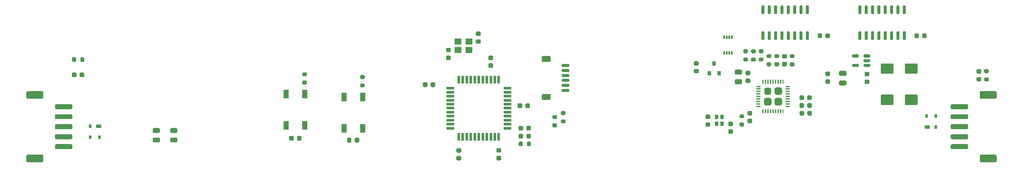
<source format=gtp>
G04 #@! TF.GenerationSoftware,KiCad,Pcbnew,(5.1.9)-1*
G04 #@! TF.CreationDate,2021-08-18T12:48:30-04:00*
G04 #@! TF.ProjectId,si-mips-main-board,73692d6d-6970-4732-9d6d-61696e2d626f,rev?*
G04 #@! TF.SameCoordinates,Original*
G04 #@! TF.FileFunction,Paste,Top*
G04 #@! TF.FilePolarity,Positive*
%FSLAX46Y46*%
G04 Gerber Fmt 4.6, Leading zero omitted, Abs format (unit mm)*
G04 Created by KiCad (PCBNEW (5.1.9)-1) date 2021-08-18 12:48:30*
%MOMM*%
%LPD*%
G01*
G04 APERTURE LIST*
%ADD10R,1.000000X0.700000*%
%ADD11R,0.600000X0.700000*%
%ADD12R,0.300000X0.800000*%
%ADD13R,0.800000X0.900000*%
%ADD14R,1.100000X1.800000*%
%ADD15R,1.400000X1.200000*%
%ADD16R,0.550000X1.500000*%
%ADD17R,1.500000X0.550000*%
G04 APERTURE END LIST*
G04 #@! TO.C,U6*
G36*
G01*
X202822500Y-94300000D02*
X202697500Y-94300000D01*
G75*
G02*
X202635000Y-94237500I0J62500D01*
G01*
X202635000Y-93537500D01*
G75*
G02*
X202697500Y-93475000I62500J0D01*
G01*
X202822500Y-93475000D01*
G75*
G02*
X202885000Y-93537500I0J-62500D01*
G01*
X202885000Y-94237500D01*
G75*
G02*
X202822500Y-94300000I-62500J0D01*
G01*
G37*
G36*
G01*
X203322500Y-94300000D02*
X203197500Y-94300000D01*
G75*
G02*
X203135000Y-94237500I0J62500D01*
G01*
X203135000Y-93537500D01*
G75*
G02*
X203197500Y-93475000I62500J0D01*
G01*
X203322500Y-93475000D01*
G75*
G02*
X203385000Y-93537500I0J-62500D01*
G01*
X203385000Y-94237500D01*
G75*
G02*
X203322500Y-94300000I-62500J0D01*
G01*
G37*
G36*
G01*
X203822500Y-94300000D02*
X203697500Y-94300000D01*
G75*
G02*
X203635000Y-94237500I0J62500D01*
G01*
X203635000Y-93537500D01*
G75*
G02*
X203697500Y-93475000I62500J0D01*
G01*
X203822500Y-93475000D01*
G75*
G02*
X203885000Y-93537500I0J-62500D01*
G01*
X203885000Y-94237500D01*
G75*
G02*
X203822500Y-94300000I-62500J0D01*
G01*
G37*
G36*
G01*
X204322500Y-94300000D02*
X204197500Y-94300000D01*
G75*
G02*
X204135000Y-94237500I0J62500D01*
G01*
X204135000Y-93537500D01*
G75*
G02*
X204197500Y-93475000I62500J0D01*
G01*
X204322500Y-93475000D01*
G75*
G02*
X204385000Y-93537500I0J-62500D01*
G01*
X204385000Y-94237500D01*
G75*
G02*
X204322500Y-94300000I-62500J0D01*
G01*
G37*
G36*
G01*
X204822500Y-94300000D02*
X204697500Y-94300000D01*
G75*
G02*
X204635000Y-94237500I0J62500D01*
G01*
X204635000Y-93537500D01*
G75*
G02*
X204697500Y-93475000I62500J0D01*
G01*
X204822500Y-93475000D01*
G75*
G02*
X204885000Y-93537500I0J-62500D01*
G01*
X204885000Y-94237500D01*
G75*
G02*
X204822500Y-94300000I-62500J0D01*
G01*
G37*
G36*
G01*
X205322500Y-94300000D02*
X205197500Y-94300000D01*
G75*
G02*
X205135000Y-94237500I0J62500D01*
G01*
X205135000Y-93537500D01*
G75*
G02*
X205197500Y-93475000I62500J0D01*
G01*
X205322500Y-93475000D01*
G75*
G02*
X205385000Y-93537500I0J-62500D01*
G01*
X205385000Y-94237500D01*
G75*
G02*
X205322500Y-94300000I-62500J0D01*
G01*
G37*
G36*
G01*
X205822500Y-94300000D02*
X205697500Y-94300000D01*
G75*
G02*
X205635000Y-94237500I0J62500D01*
G01*
X205635000Y-93537500D01*
G75*
G02*
X205697500Y-93475000I62500J0D01*
G01*
X205822500Y-93475000D01*
G75*
G02*
X205885000Y-93537500I0J-62500D01*
G01*
X205885000Y-94237500D01*
G75*
G02*
X205822500Y-94300000I-62500J0D01*
G01*
G37*
G36*
G01*
X206322500Y-94300000D02*
X206197500Y-94300000D01*
G75*
G02*
X206135000Y-94237500I0J62500D01*
G01*
X206135000Y-93537500D01*
G75*
G02*
X206197500Y-93475000I62500J0D01*
G01*
X206322500Y-93475000D01*
G75*
G02*
X206385000Y-93537500I0J-62500D01*
G01*
X206385000Y-94237500D01*
G75*
G02*
X206322500Y-94300000I-62500J0D01*
G01*
G37*
G36*
G01*
X206822500Y-94300000D02*
X206697500Y-94300000D01*
G75*
G02*
X206635000Y-94237500I0J62500D01*
G01*
X206635000Y-93537500D01*
G75*
G02*
X206697500Y-93475000I62500J0D01*
G01*
X206822500Y-93475000D01*
G75*
G02*
X206885000Y-93537500I0J-62500D01*
G01*
X206885000Y-94237500D01*
G75*
G02*
X206822500Y-94300000I-62500J0D01*
G01*
G37*
G36*
G01*
X208047500Y-93075000D02*
X207347500Y-93075000D01*
G75*
G02*
X207285000Y-93012500I0J62500D01*
G01*
X207285000Y-92887500D01*
G75*
G02*
X207347500Y-92825000I62500J0D01*
G01*
X208047500Y-92825000D01*
G75*
G02*
X208110000Y-92887500I0J-62500D01*
G01*
X208110000Y-93012500D01*
G75*
G02*
X208047500Y-93075000I-62500J0D01*
G01*
G37*
G36*
G01*
X208047500Y-92575000D02*
X207347500Y-92575000D01*
G75*
G02*
X207285000Y-92512500I0J62500D01*
G01*
X207285000Y-92387500D01*
G75*
G02*
X207347500Y-92325000I62500J0D01*
G01*
X208047500Y-92325000D01*
G75*
G02*
X208110000Y-92387500I0J-62500D01*
G01*
X208110000Y-92512500D01*
G75*
G02*
X208047500Y-92575000I-62500J0D01*
G01*
G37*
G36*
G01*
X208047500Y-92075000D02*
X207347500Y-92075000D01*
G75*
G02*
X207285000Y-92012500I0J62500D01*
G01*
X207285000Y-91887500D01*
G75*
G02*
X207347500Y-91825000I62500J0D01*
G01*
X208047500Y-91825000D01*
G75*
G02*
X208110000Y-91887500I0J-62500D01*
G01*
X208110000Y-92012500D01*
G75*
G02*
X208047500Y-92075000I-62500J0D01*
G01*
G37*
G36*
G01*
X208047500Y-91575000D02*
X207347500Y-91575000D01*
G75*
G02*
X207285000Y-91512500I0J62500D01*
G01*
X207285000Y-91387500D01*
G75*
G02*
X207347500Y-91325000I62500J0D01*
G01*
X208047500Y-91325000D01*
G75*
G02*
X208110000Y-91387500I0J-62500D01*
G01*
X208110000Y-91512500D01*
G75*
G02*
X208047500Y-91575000I-62500J0D01*
G01*
G37*
G36*
G01*
X208047500Y-91075000D02*
X207347500Y-91075000D01*
G75*
G02*
X207285000Y-91012500I0J62500D01*
G01*
X207285000Y-90887500D01*
G75*
G02*
X207347500Y-90825000I62500J0D01*
G01*
X208047500Y-90825000D01*
G75*
G02*
X208110000Y-90887500I0J-62500D01*
G01*
X208110000Y-91012500D01*
G75*
G02*
X208047500Y-91075000I-62500J0D01*
G01*
G37*
G36*
G01*
X208047500Y-90575000D02*
X207347500Y-90575000D01*
G75*
G02*
X207285000Y-90512500I0J62500D01*
G01*
X207285000Y-90387500D01*
G75*
G02*
X207347500Y-90325000I62500J0D01*
G01*
X208047500Y-90325000D01*
G75*
G02*
X208110000Y-90387500I0J-62500D01*
G01*
X208110000Y-90512500D01*
G75*
G02*
X208047500Y-90575000I-62500J0D01*
G01*
G37*
G36*
G01*
X208047500Y-90075000D02*
X207347500Y-90075000D01*
G75*
G02*
X207285000Y-90012500I0J62500D01*
G01*
X207285000Y-89887500D01*
G75*
G02*
X207347500Y-89825000I62500J0D01*
G01*
X208047500Y-89825000D01*
G75*
G02*
X208110000Y-89887500I0J-62500D01*
G01*
X208110000Y-90012500D01*
G75*
G02*
X208047500Y-90075000I-62500J0D01*
G01*
G37*
G36*
G01*
X208047500Y-89575000D02*
X207347500Y-89575000D01*
G75*
G02*
X207285000Y-89512500I0J62500D01*
G01*
X207285000Y-89387500D01*
G75*
G02*
X207347500Y-89325000I62500J0D01*
G01*
X208047500Y-89325000D01*
G75*
G02*
X208110000Y-89387500I0J-62500D01*
G01*
X208110000Y-89512500D01*
G75*
G02*
X208047500Y-89575000I-62500J0D01*
G01*
G37*
G36*
G01*
X208047500Y-89075000D02*
X207347500Y-89075000D01*
G75*
G02*
X207285000Y-89012500I0J62500D01*
G01*
X207285000Y-88887500D01*
G75*
G02*
X207347500Y-88825000I62500J0D01*
G01*
X208047500Y-88825000D01*
G75*
G02*
X208110000Y-88887500I0J-62500D01*
G01*
X208110000Y-89012500D01*
G75*
G02*
X208047500Y-89075000I-62500J0D01*
G01*
G37*
G36*
G01*
X206822500Y-88425000D02*
X206697500Y-88425000D01*
G75*
G02*
X206635000Y-88362500I0J62500D01*
G01*
X206635000Y-87662500D01*
G75*
G02*
X206697500Y-87600000I62500J0D01*
G01*
X206822500Y-87600000D01*
G75*
G02*
X206885000Y-87662500I0J-62500D01*
G01*
X206885000Y-88362500D01*
G75*
G02*
X206822500Y-88425000I-62500J0D01*
G01*
G37*
G36*
G01*
X206322500Y-88425000D02*
X206197500Y-88425000D01*
G75*
G02*
X206135000Y-88362500I0J62500D01*
G01*
X206135000Y-87662500D01*
G75*
G02*
X206197500Y-87600000I62500J0D01*
G01*
X206322500Y-87600000D01*
G75*
G02*
X206385000Y-87662500I0J-62500D01*
G01*
X206385000Y-88362500D01*
G75*
G02*
X206322500Y-88425000I-62500J0D01*
G01*
G37*
G36*
G01*
X205822500Y-88425000D02*
X205697500Y-88425000D01*
G75*
G02*
X205635000Y-88362500I0J62500D01*
G01*
X205635000Y-87662500D01*
G75*
G02*
X205697500Y-87600000I62500J0D01*
G01*
X205822500Y-87600000D01*
G75*
G02*
X205885000Y-87662500I0J-62500D01*
G01*
X205885000Y-88362500D01*
G75*
G02*
X205822500Y-88425000I-62500J0D01*
G01*
G37*
G36*
G01*
X205322500Y-88425000D02*
X205197500Y-88425000D01*
G75*
G02*
X205135000Y-88362500I0J62500D01*
G01*
X205135000Y-87662500D01*
G75*
G02*
X205197500Y-87600000I62500J0D01*
G01*
X205322500Y-87600000D01*
G75*
G02*
X205385000Y-87662500I0J-62500D01*
G01*
X205385000Y-88362500D01*
G75*
G02*
X205322500Y-88425000I-62500J0D01*
G01*
G37*
G36*
G01*
X204822500Y-88425000D02*
X204697500Y-88425000D01*
G75*
G02*
X204635000Y-88362500I0J62500D01*
G01*
X204635000Y-87662500D01*
G75*
G02*
X204697500Y-87600000I62500J0D01*
G01*
X204822500Y-87600000D01*
G75*
G02*
X204885000Y-87662500I0J-62500D01*
G01*
X204885000Y-88362500D01*
G75*
G02*
X204822500Y-88425000I-62500J0D01*
G01*
G37*
G36*
G01*
X204322500Y-88425000D02*
X204197500Y-88425000D01*
G75*
G02*
X204135000Y-88362500I0J62500D01*
G01*
X204135000Y-87662500D01*
G75*
G02*
X204197500Y-87600000I62500J0D01*
G01*
X204322500Y-87600000D01*
G75*
G02*
X204385000Y-87662500I0J-62500D01*
G01*
X204385000Y-88362500D01*
G75*
G02*
X204322500Y-88425000I-62500J0D01*
G01*
G37*
G36*
G01*
X203822500Y-88425000D02*
X203697500Y-88425000D01*
G75*
G02*
X203635000Y-88362500I0J62500D01*
G01*
X203635000Y-87662500D01*
G75*
G02*
X203697500Y-87600000I62500J0D01*
G01*
X203822500Y-87600000D01*
G75*
G02*
X203885000Y-87662500I0J-62500D01*
G01*
X203885000Y-88362500D01*
G75*
G02*
X203822500Y-88425000I-62500J0D01*
G01*
G37*
G36*
G01*
X203322500Y-88425000D02*
X203197500Y-88425000D01*
G75*
G02*
X203135000Y-88362500I0J62500D01*
G01*
X203135000Y-87662500D01*
G75*
G02*
X203197500Y-87600000I62500J0D01*
G01*
X203322500Y-87600000D01*
G75*
G02*
X203385000Y-87662500I0J-62500D01*
G01*
X203385000Y-88362500D01*
G75*
G02*
X203322500Y-88425000I-62500J0D01*
G01*
G37*
G36*
G01*
X202822500Y-88425000D02*
X202697500Y-88425000D01*
G75*
G02*
X202635000Y-88362500I0J62500D01*
G01*
X202635000Y-87662500D01*
G75*
G02*
X202697500Y-87600000I62500J0D01*
G01*
X202822500Y-87600000D01*
G75*
G02*
X202885000Y-87662500I0J-62500D01*
G01*
X202885000Y-88362500D01*
G75*
G02*
X202822500Y-88425000I-62500J0D01*
G01*
G37*
G36*
G01*
X202172500Y-89075000D02*
X201472500Y-89075000D01*
G75*
G02*
X201410000Y-89012500I0J62500D01*
G01*
X201410000Y-88887500D01*
G75*
G02*
X201472500Y-88825000I62500J0D01*
G01*
X202172500Y-88825000D01*
G75*
G02*
X202235000Y-88887500I0J-62500D01*
G01*
X202235000Y-89012500D01*
G75*
G02*
X202172500Y-89075000I-62500J0D01*
G01*
G37*
G36*
G01*
X202172500Y-89575000D02*
X201472500Y-89575000D01*
G75*
G02*
X201410000Y-89512500I0J62500D01*
G01*
X201410000Y-89387500D01*
G75*
G02*
X201472500Y-89325000I62500J0D01*
G01*
X202172500Y-89325000D01*
G75*
G02*
X202235000Y-89387500I0J-62500D01*
G01*
X202235000Y-89512500D01*
G75*
G02*
X202172500Y-89575000I-62500J0D01*
G01*
G37*
G36*
G01*
X202172500Y-90075000D02*
X201472500Y-90075000D01*
G75*
G02*
X201410000Y-90012500I0J62500D01*
G01*
X201410000Y-89887500D01*
G75*
G02*
X201472500Y-89825000I62500J0D01*
G01*
X202172500Y-89825000D01*
G75*
G02*
X202235000Y-89887500I0J-62500D01*
G01*
X202235000Y-90012500D01*
G75*
G02*
X202172500Y-90075000I-62500J0D01*
G01*
G37*
G36*
G01*
X202172500Y-90575000D02*
X201472500Y-90575000D01*
G75*
G02*
X201410000Y-90512500I0J62500D01*
G01*
X201410000Y-90387500D01*
G75*
G02*
X201472500Y-90325000I62500J0D01*
G01*
X202172500Y-90325000D01*
G75*
G02*
X202235000Y-90387500I0J-62500D01*
G01*
X202235000Y-90512500D01*
G75*
G02*
X202172500Y-90575000I-62500J0D01*
G01*
G37*
G36*
G01*
X202172500Y-91075000D02*
X201472500Y-91075000D01*
G75*
G02*
X201410000Y-91012500I0J62500D01*
G01*
X201410000Y-90887500D01*
G75*
G02*
X201472500Y-90825000I62500J0D01*
G01*
X202172500Y-90825000D01*
G75*
G02*
X202235000Y-90887500I0J-62500D01*
G01*
X202235000Y-91012500D01*
G75*
G02*
X202172500Y-91075000I-62500J0D01*
G01*
G37*
G36*
G01*
X202172500Y-91575000D02*
X201472500Y-91575000D01*
G75*
G02*
X201410000Y-91512500I0J62500D01*
G01*
X201410000Y-91387500D01*
G75*
G02*
X201472500Y-91325000I62500J0D01*
G01*
X202172500Y-91325000D01*
G75*
G02*
X202235000Y-91387500I0J-62500D01*
G01*
X202235000Y-91512500D01*
G75*
G02*
X202172500Y-91575000I-62500J0D01*
G01*
G37*
G36*
G01*
X202172500Y-92075000D02*
X201472500Y-92075000D01*
G75*
G02*
X201410000Y-92012500I0J62500D01*
G01*
X201410000Y-91887500D01*
G75*
G02*
X201472500Y-91825000I62500J0D01*
G01*
X202172500Y-91825000D01*
G75*
G02*
X202235000Y-91887500I0J-62500D01*
G01*
X202235000Y-92012500D01*
G75*
G02*
X202172500Y-92075000I-62500J0D01*
G01*
G37*
G36*
G01*
X202172500Y-92575000D02*
X201472500Y-92575000D01*
G75*
G02*
X201410000Y-92512500I0J62500D01*
G01*
X201410000Y-92387500D01*
G75*
G02*
X201472500Y-92325000I62500J0D01*
G01*
X202172500Y-92325000D01*
G75*
G02*
X202235000Y-92387500I0J-62500D01*
G01*
X202235000Y-92512500D01*
G75*
G02*
X202172500Y-92575000I-62500J0D01*
G01*
G37*
G36*
G01*
X202172500Y-93075000D02*
X201472500Y-93075000D01*
G75*
G02*
X201410000Y-93012500I0J62500D01*
G01*
X201410000Y-92887500D01*
G75*
G02*
X201472500Y-92825000I62500J0D01*
G01*
X202172500Y-92825000D01*
G75*
G02*
X202235000Y-92887500I0J-62500D01*
G01*
X202235000Y-93012500D01*
G75*
G02*
X202172500Y-93075000I-62500J0D01*
G01*
G37*
G36*
G01*
X204085000Y-92750000D02*
X203335000Y-92750000D01*
G75*
G02*
X202960000Y-92375000I0J375000D01*
G01*
X202960000Y-91625000D01*
G75*
G02*
X203335000Y-91250000I375000J0D01*
G01*
X204085000Y-91250000D01*
G75*
G02*
X204460000Y-91625000I0J-375000D01*
G01*
X204460000Y-92375000D01*
G75*
G02*
X204085000Y-92750000I-375000J0D01*
G01*
G37*
G36*
G01*
X206185000Y-92750000D02*
X205435000Y-92750000D01*
G75*
G02*
X205060000Y-92375000I0J375000D01*
G01*
X205060000Y-91625000D01*
G75*
G02*
X205435000Y-91250000I375000J0D01*
G01*
X206185000Y-91250000D01*
G75*
G02*
X206560000Y-91625000I0J-375000D01*
G01*
X206560000Y-92375000D01*
G75*
G02*
X206185000Y-92750000I-375000J0D01*
G01*
G37*
G36*
G01*
X204060000Y-90600000D02*
X203360000Y-90600000D01*
G75*
G02*
X203010000Y-90250000I0J350000D01*
G01*
X203010000Y-89550000D01*
G75*
G02*
X203360000Y-89200000I350000J0D01*
G01*
X204060000Y-89200000D01*
G75*
G02*
X204410000Y-89550000I0J-350000D01*
G01*
X204410000Y-90250000D01*
G75*
G02*
X204060000Y-90600000I-350000J0D01*
G01*
G37*
G36*
G01*
X206185000Y-90650000D02*
X205435000Y-90650000D01*
G75*
G02*
X205060000Y-90275000I0J375000D01*
G01*
X205060000Y-89525000D01*
G75*
G02*
X205435000Y-89150000I375000J0D01*
G01*
X206185000Y-89150000D01*
G75*
G02*
X206560000Y-89525000I0J-375000D01*
G01*
X206560000Y-90275000D01*
G75*
G02*
X206185000Y-90650000I-375000J0D01*
G01*
G37*
G04 #@! TD*
D10*
G04 #@! TO.C,U5*
X69870000Y-96900000D03*
D11*
X68150000Y-96900000D03*
X68150000Y-99100000D03*
X70050000Y-99100000D03*
G04 #@! TD*
D10*
G04 #@! TO.C,U8*
X235630000Y-97100000D03*
D11*
X237350000Y-97100000D03*
X237350000Y-94900000D03*
X235450000Y-94900000D03*
G04 #@! TD*
G04 #@! TO.C,R12*
G36*
G01*
X155525000Y-100725000D02*
X155525000Y-100175000D01*
G75*
G02*
X155725000Y-99975000I200000J0D01*
G01*
X156125000Y-99975000D01*
G75*
G02*
X156325000Y-100175000I0J-200000D01*
G01*
X156325000Y-100725000D01*
G75*
G02*
X156125000Y-100925000I-200000J0D01*
G01*
X155725000Y-100925000D01*
G75*
G02*
X155525000Y-100725000I0J200000D01*
G01*
G37*
G36*
G01*
X153875000Y-100725000D02*
X153875000Y-100175000D01*
G75*
G02*
X154075000Y-99975000I200000J0D01*
G01*
X154475000Y-99975000D01*
G75*
G02*
X154675000Y-100175000I0J-200000D01*
G01*
X154675000Y-100725000D01*
G75*
G02*
X154475000Y-100925000I-200000J0D01*
G01*
X154075000Y-100925000D01*
G75*
G02*
X153875000Y-100725000I0J200000D01*
G01*
G37*
G04 #@! TD*
G04 #@! TO.C,D1*
G36*
G01*
X155450000Y-99156250D02*
X155450000Y-98643750D01*
G75*
G02*
X155668750Y-98425000I218750J0D01*
G01*
X156106250Y-98425000D01*
G75*
G02*
X156325000Y-98643750I0J-218750D01*
G01*
X156325000Y-99156250D01*
G75*
G02*
X156106250Y-99375000I-218750J0D01*
G01*
X155668750Y-99375000D01*
G75*
G02*
X155450000Y-99156250I0J218750D01*
G01*
G37*
G36*
G01*
X153875000Y-99156250D02*
X153875000Y-98643750D01*
G75*
G02*
X154093750Y-98425000I218750J0D01*
G01*
X154531250Y-98425000D01*
G75*
G02*
X154750000Y-98643750I0J-218750D01*
G01*
X154750000Y-99156250D01*
G75*
G02*
X154531250Y-99375000I-218750J0D01*
G01*
X154093750Y-99375000D01*
G75*
G02*
X153875000Y-99156250I0J218750D01*
G01*
G37*
G04 #@! TD*
G04 #@! TO.C,C24*
G36*
G01*
X231375000Y-84350000D02*
X233425000Y-84350000D01*
G75*
G02*
X233675000Y-84600000I0J-250000D01*
G01*
X233675000Y-86175000D01*
G75*
G02*
X233425000Y-86425000I-250000J0D01*
G01*
X231375000Y-86425000D01*
G75*
G02*
X231125000Y-86175000I0J250000D01*
G01*
X231125000Y-84600000D01*
G75*
G02*
X231375000Y-84350000I250000J0D01*
G01*
G37*
G36*
G01*
X231375000Y-90575000D02*
X233425000Y-90575000D01*
G75*
G02*
X233675000Y-90825000I0J-250000D01*
G01*
X233675000Y-92400000D01*
G75*
G02*
X233425000Y-92650000I-250000J0D01*
G01*
X231375000Y-92650000D01*
G75*
G02*
X231125000Y-92400000I0J250000D01*
G01*
X231125000Y-90825000D01*
G75*
G02*
X231375000Y-90575000I250000J0D01*
G01*
G37*
G04 #@! TD*
G04 #@! TO.C,C21*
G36*
G01*
X207300000Y-83375000D02*
X206800000Y-83375000D01*
G75*
G02*
X206575000Y-83150000I0J225000D01*
G01*
X206575000Y-82700000D01*
G75*
G02*
X206800000Y-82475000I225000J0D01*
G01*
X207300000Y-82475000D01*
G75*
G02*
X207525000Y-82700000I0J-225000D01*
G01*
X207525000Y-83150000D01*
G75*
G02*
X207300000Y-83375000I-225000J0D01*
G01*
G37*
G36*
G01*
X207300000Y-84925000D02*
X206800000Y-84925000D01*
G75*
G02*
X206575000Y-84700000I0J225000D01*
G01*
X206575000Y-84250000D01*
G75*
G02*
X206800000Y-84025000I225000J0D01*
G01*
X207300000Y-84025000D01*
G75*
G02*
X207525000Y-84250000I0J-225000D01*
G01*
X207525000Y-84700000D01*
G75*
G02*
X207300000Y-84925000I-225000J0D01*
G01*
G37*
G04 #@! TD*
G04 #@! TO.C,R11*
G36*
G01*
X204225000Y-83275000D02*
X203675000Y-83275000D01*
G75*
G02*
X203475000Y-83075000I0J200000D01*
G01*
X203475000Y-82675000D01*
G75*
G02*
X203675000Y-82475000I200000J0D01*
G01*
X204225000Y-82475000D01*
G75*
G02*
X204425000Y-82675000I0J-200000D01*
G01*
X204425000Y-83075000D01*
G75*
G02*
X204225000Y-83275000I-200000J0D01*
G01*
G37*
G36*
G01*
X204225000Y-84925000D02*
X203675000Y-84925000D01*
G75*
G02*
X203475000Y-84725000I0J200000D01*
G01*
X203475000Y-84325000D01*
G75*
G02*
X203675000Y-84125000I200000J0D01*
G01*
X204225000Y-84125000D01*
G75*
G02*
X204425000Y-84325000I0J-200000D01*
G01*
X204425000Y-84725000D01*
G75*
G02*
X204225000Y-84925000I-200000J0D01*
G01*
G37*
G04 #@! TD*
G04 #@! TO.C,R10*
G36*
G01*
X208325000Y-84125000D02*
X208875000Y-84125000D01*
G75*
G02*
X209075000Y-84325000I0J-200000D01*
G01*
X209075000Y-84725000D01*
G75*
G02*
X208875000Y-84925000I-200000J0D01*
G01*
X208325000Y-84925000D01*
G75*
G02*
X208125000Y-84725000I0J200000D01*
G01*
X208125000Y-84325000D01*
G75*
G02*
X208325000Y-84125000I200000J0D01*
G01*
G37*
G36*
G01*
X208325000Y-82475000D02*
X208875000Y-82475000D01*
G75*
G02*
X209075000Y-82675000I0J-200000D01*
G01*
X209075000Y-83075000D01*
G75*
G02*
X208875000Y-83275000I-200000J0D01*
G01*
X208325000Y-83275000D01*
G75*
G02*
X208125000Y-83075000I0J200000D01*
G01*
X208125000Y-82675000D01*
G75*
G02*
X208325000Y-82475000I200000J0D01*
G01*
G37*
G04 #@! TD*
G04 #@! TO.C,J6*
G36*
G01*
X158734999Y-90450000D02*
X160035001Y-90450000D01*
G75*
G02*
X160285000Y-90699999I0J-249999D01*
G01*
X160285000Y-91400001D01*
G75*
G02*
X160035001Y-91650000I-249999J0D01*
G01*
X158734999Y-91650000D01*
G75*
G02*
X158485000Y-91400001I0J249999D01*
G01*
X158485000Y-90699999D01*
G75*
G02*
X158734999Y-90450000I249999J0D01*
G01*
G37*
G36*
G01*
X158734999Y-82850000D02*
X160035001Y-82850000D01*
G75*
G02*
X160285000Y-83099999I0J-249999D01*
G01*
X160285000Y-83800001D01*
G75*
G02*
X160035001Y-84050000I-249999J0D01*
G01*
X158734999Y-84050000D01*
G75*
G02*
X158485000Y-83800001I0J249999D01*
G01*
X158485000Y-83099999D01*
G75*
G02*
X158734999Y-82850000I249999J0D01*
G01*
G37*
G36*
G01*
X162635000Y-89450000D02*
X163885000Y-89450000D01*
G75*
G02*
X164035000Y-89600000I0J-150000D01*
G01*
X164035000Y-89900000D01*
G75*
G02*
X163885000Y-90050000I-150000J0D01*
G01*
X162635000Y-90050000D01*
G75*
G02*
X162485000Y-89900000I0J150000D01*
G01*
X162485000Y-89600000D01*
G75*
G02*
X162635000Y-89450000I150000J0D01*
G01*
G37*
G36*
G01*
X162635000Y-88450000D02*
X163885000Y-88450000D01*
G75*
G02*
X164035000Y-88600000I0J-150000D01*
G01*
X164035000Y-88900000D01*
G75*
G02*
X163885000Y-89050000I-150000J0D01*
G01*
X162635000Y-89050000D01*
G75*
G02*
X162485000Y-88900000I0J150000D01*
G01*
X162485000Y-88600000D01*
G75*
G02*
X162635000Y-88450000I150000J0D01*
G01*
G37*
G36*
G01*
X162635000Y-87450000D02*
X163885000Y-87450000D01*
G75*
G02*
X164035000Y-87600000I0J-150000D01*
G01*
X164035000Y-87900000D01*
G75*
G02*
X163885000Y-88050000I-150000J0D01*
G01*
X162635000Y-88050000D01*
G75*
G02*
X162485000Y-87900000I0J150000D01*
G01*
X162485000Y-87600000D01*
G75*
G02*
X162635000Y-87450000I150000J0D01*
G01*
G37*
G36*
G01*
X162635000Y-86450000D02*
X163885000Y-86450000D01*
G75*
G02*
X164035000Y-86600000I0J-150000D01*
G01*
X164035000Y-86900000D01*
G75*
G02*
X163885000Y-87050000I-150000J0D01*
G01*
X162635000Y-87050000D01*
G75*
G02*
X162485000Y-86900000I0J150000D01*
G01*
X162485000Y-86600000D01*
G75*
G02*
X162635000Y-86450000I150000J0D01*
G01*
G37*
G36*
G01*
X162635000Y-85450000D02*
X163885000Y-85450000D01*
G75*
G02*
X164035000Y-85600000I0J-150000D01*
G01*
X164035000Y-85900000D01*
G75*
G02*
X163885000Y-86050000I-150000J0D01*
G01*
X162635000Y-86050000D01*
G75*
G02*
X162485000Y-85900000I0J150000D01*
G01*
X162485000Y-85600000D01*
G75*
G02*
X162635000Y-85450000I150000J0D01*
G01*
G37*
G36*
G01*
X162635000Y-84450000D02*
X163885000Y-84450000D01*
G75*
G02*
X164035000Y-84600000I0J-150000D01*
G01*
X164035000Y-84900000D01*
G75*
G02*
X163885000Y-85050000I-150000J0D01*
G01*
X162635000Y-85050000D01*
G75*
G02*
X162485000Y-84900000I0J150000D01*
G01*
X162485000Y-84600000D01*
G75*
G02*
X162635000Y-84450000I150000J0D01*
G01*
G37*
G04 #@! TD*
D12*
G04 #@! TO.C,U9*
X196510000Y-82240000D03*
X196010000Y-82240000D03*
X195510000Y-82240000D03*
X195010000Y-82240000D03*
X195010000Y-79140000D03*
X195510000Y-79140000D03*
X196010000Y-79140000D03*
X196510000Y-79140000D03*
G04 #@! TD*
G04 #@! TO.C,R15*
G36*
G01*
X247745000Y-86305000D02*
X247195000Y-86305000D01*
G75*
G02*
X246995000Y-86105000I0J200000D01*
G01*
X246995000Y-85705000D01*
G75*
G02*
X247195000Y-85505000I200000J0D01*
G01*
X247745000Y-85505000D01*
G75*
G02*
X247945000Y-85705000I0J-200000D01*
G01*
X247945000Y-86105000D01*
G75*
G02*
X247745000Y-86305000I-200000J0D01*
G01*
G37*
G36*
G01*
X247745000Y-87955000D02*
X247195000Y-87955000D01*
G75*
G02*
X246995000Y-87755000I0J200000D01*
G01*
X246995000Y-87355000D01*
G75*
G02*
X247195000Y-87155000I200000J0D01*
G01*
X247745000Y-87155000D01*
G75*
G02*
X247945000Y-87355000I0J-200000D01*
G01*
X247945000Y-87755000D01*
G75*
G02*
X247745000Y-87955000I-200000J0D01*
G01*
G37*
G04 #@! TD*
G04 #@! TO.C,R14*
G36*
G01*
X65335000Y-83315000D02*
X65335000Y-83865000D01*
G75*
G02*
X65135000Y-84065000I-200000J0D01*
G01*
X64735000Y-84065000D01*
G75*
G02*
X64535000Y-83865000I0J200000D01*
G01*
X64535000Y-83315000D01*
G75*
G02*
X64735000Y-83115000I200000J0D01*
G01*
X65135000Y-83115000D01*
G75*
G02*
X65335000Y-83315000I0J-200000D01*
G01*
G37*
G36*
G01*
X66985000Y-83315000D02*
X66985000Y-83865000D01*
G75*
G02*
X66785000Y-84065000I-200000J0D01*
G01*
X66385000Y-84065000D01*
G75*
G02*
X66185000Y-83865000I0J200000D01*
G01*
X66185000Y-83315000D01*
G75*
G02*
X66385000Y-83115000I200000J0D01*
G01*
X66785000Y-83115000D01*
G75*
G02*
X66985000Y-83315000I0J-200000D01*
G01*
G37*
G04 #@! TD*
G04 #@! TO.C,C29*
G36*
G01*
X246200000Y-86405000D02*
X245700000Y-86405000D01*
G75*
G02*
X245475000Y-86180000I0J225000D01*
G01*
X245475000Y-85730000D01*
G75*
G02*
X245700000Y-85505000I225000J0D01*
G01*
X246200000Y-85505000D01*
G75*
G02*
X246425000Y-85730000I0J-225000D01*
G01*
X246425000Y-86180000D01*
G75*
G02*
X246200000Y-86405000I-225000J0D01*
G01*
G37*
G36*
G01*
X246200000Y-87955000D02*
X245700000Y-87955000D01*
G75*
G02*
X245475000Y-87730000I0J225000D01*
G01*
X245475000Y-87280000D01*
G75*
G02*
X245700000Y-87055000I225000J0D01*
G01*
X246200000Y-87055000D01*
G75*
G02*
X246425000Y-87280000I0J-225000D01*
G01*
X246425000Y-87730000D01*
G75*
G02*
X246200000Y-87955000I-225000J0D01*
G01*
G37*
G04 #@! TD*
G04 #@! TO.C,C28*
G36*
G01*
X65415000Y-86390000D02*
X65415000Y-86890000D01*
G75*
G02*
X65190000Y-87115000I-225000J0D01*
G01*
X64740000Y-87115000D01*
G75*
G02*
X64515000Y-86890000I0J225000D01*
G01*
X64515000Y-86390000D01*
G75*
G02*
X64740000Y-86165000I225000J0D01*
G01*
X65190000Y-86165000D01*
G75*
G02*
X65415000Y-86390000I0J-225000D01*
G01*
G37*
G36*
G01*
X66965000Y-86390000D02*
X66965000Y-86890000D01*
G75*
G02*
X66740000Y-87115000I-225000J0D01*
G01*
X66290000Y-87115000D01*
G75*
G02*
X66065000Y-86890000I0J225000D01*
G01*
X66065000Y-86390000D01*
G75*
G02*
X66290000Y-86165000I225000J0D01*
G01*
X66740000Y-86165000D01*
G75*
G02*
X66965000Y-86390000I0J-225000D01*
G01*
G37*
G04 #@! TD*
G04 #@! TO.C,R5*
G36*
G01*
X202115000Y-83175000D02*
X202665000Y-83175000D01*
G75*
G02*
X202865000Y-83375000I0J-200000D01*
G01*
X202865000Y-83775000D01*
G75*
G02*
X202665000Y-83975000I-200000J0D01*
G01*
X202115000Y-83975000D01*
G75*
G02*
X201915000Y-83775000I0J200000D01*
G01*
X201915000Y-83375000D01*
G75*
G02*
X202115000Y-83175000I200000J0D01*
G01*
G37*
G36*
G01*
X202115000Y-81525000D02*
X202665000Y-81525000D01*
G75*
G02*
X202865000Y-81725000I0J-200000D01*
G01*
X202865000Y-82125000D01*
G75*
G02*
X202665000Y-82325000I-200000J0D01*
G01*
X202115000Y-82325000D01*
G75*
G02*
X201915000Y-82125000I0J200000D01*
G01*
X201915000Y-81725000D01*
G75*
G02*
X202115000Y-81525000I200000J0D01*
G01*
G37*
G04 #@! TD*
G04 #@! TO.C,C22*
G36*
G01*
X211603000Y-91470000D02*
X211603000Y-90970000D01*
G75*
G02*
X211828000Y-90745000I225000J0D01*
G01*
X212278000Y-90745000D01*
G75*
G02*
X212503000Y-90970000I0J-225000D01*
G01*
X212503000Y-91470000D01*
G75*
G02*
X212278000Y-91695000I-225000J0D01*
G01*
X211828000Y-91695000D01*
G75*
G02*
X211603000Y-91470000I0J225000D01*
G01*
G37*
G36*
G01*
X210053000Y-91470000D02*
X210053000Y-90970000D01*
G75*
G02*
X210278000Y-90745000I225000J0D01*
G01*
X210728000Y-90745000D01*
G75*
G02*
X210953000Y-90970000I0J-225000D01*
G01*
X210953000Y-91470000D01*
G75*
G02*
X210728000Y-91695000I-225000J0D01*
G01*
X210278000Y-91695000D01*
G75*
G02*
X210053000Y-91470000I0J225000D01*
G01*
G37*
G04 #@! TD*
G04 #@! TO.C,R6*
G36*
G01*
X199565000Y-82325000D02*
X199015000Y-82325000D01*
G75*
G02*
X198815000Y-82125000I0J200000D01*
G01*
X198815000Y-81725000D01*
G75*
G02*
X199015000Y-81525000I200000J0D01*
G01*
X199565000Y-81525000D01*
G75*
G02*
X199765000Y-81725000I0J-200000D01*
G01*
X199765000Y-82125000D01*
G75*
G02*
X199565000Y-82325000I-200000J0D01*
G01*
G37*
G36*
G01*
X199565000Y-83975000D02*
X199015000Y-83975000D01*
G75*
G02*
X198815000Y-83775000I0J200000D01*
G01*
X198815000Y-83375000D01*
G75*
G02*
X199015000Y-83175000I200000J0D01*
G01*
X199565000Y-83175000D01*
G75*
G02*
X199765000Y-83375000I0J-200000D01*
G01*
X199765000Y-83775000D01*
G75*
G02*
X199565000Y-83975000I-200000J0D01*
G01*
G37*
G04 #@! TD*
G04 #@! TO.C,R9*
G36*
G01*
X205225000Y-84125000D02*
X205775000Y-84125000D01*
G75*
G02*
X205975000Y-84325000I0J-200000D01*
G01*
X205975000Y-84725000D01*
G75*
G02*
X205775000Y-84925000I-200000J0D01*
G01*
X205225000Y-84925000D01*
G75*
G02*
X205025000Y-84725000I0J200000D01*
G01*
X205025000Y-84325000D01*
G75*
G02*
X205225000Y-84125000I200000J0D01*
G01*
G37*
G36*
G01*
X205225000Y-82475000D02*
X205775000Y-82475000D01*
G75*
G02*
X205975000Y-82675000I0J-200000D01*
G01*
X205975000Y-83075000D01*
G75*
G02*
X205775000Y-83275000I-200000J0D01*
G01*
X205225000Y-83275000D01*
G75*
G02*
X205025000Y-83075000I0J200000D01*
G01*
X205025000Y-82675000D01*
G75*
G02*
X205225000Y-82475000I200000J0D01*
G01*
G37*
G04 #@! TD*
G04 #@! TO.C,C14*
G36*
G01*
X191460000Y-96125000D02*
X191960000Y-96125000D01*
G75*
G02*
X192185000Y-96350000I0J-225000D01*
G01*
X192185000Y-96800000D01*
G75*
G02*
X191960000Y-97025000I-225000J0D01*
G01*
X191460000Y-97025000D01*
G75*
G02*
X191235000Y-96800000I0J225000D01*
G01*
X191235000Y-96350000D01*
G75*
G02*
X191460000Y-96125000I225000J0D01*
G01*
G37*
G36*
G01*
X191460000Y-94575000D02*
X191960000Y-94575000D01*
G75*
G02*
X192185000Y-94800000I0J-225000D01*
G01*
X192185000Y-95250000D01*
G75*
G02*
X191960000Y-95475000I-225000J0D01*
G01*
X191460000Y-95475000D01*
G75*
G02*
X191235000Y-95250000I0J225000D01*
G01*
X191235000Y-94800000D01*
G75*
G02*
X191460000Y-94575000I225000J0D01*
G01*
G37*
G04 #@! TD*
G04 #@! TO.C,C15*
G36*
G01*
X196030000Y-97525000D02*
X196530000Y-97525000D01*
G75*
G02*
X196755000Y-97750000I0J-225000D01*
G01*
X196755000Y-98200000D01*
G75*
G02*
X196530000Y-98425000I-225000J0D01*
G01*
X196030000Y-98425000D01*
G75*
G02*
X195805000Y-98200000I0J225000D01*
G01*
X195805000Y-97750000D01*
G75*
G02*
X196030000Y-97525000I225000J0D01*
G01*
G37*
G36*
G01*
X196030000Y-95975000D02*
X196530000Y-95975000D01*
G75*
G02*
X196755000Y-96200000I0J-225000D01*
G01*
X196755000Y-96650000D01*
G75*
G02*
X196530000Y-96875000I-225000J0D01*
G01*
X196030000Y-96875000D01*
G75*
G02*
X195805000Y-96650000I0J225000D01*
G01*
X195805000Y-96200000D01*
G75*
G02*
X196030000Y-95975000I225000J0D01*
G01*
G37*
G04 #@! TD*
G04 #@! TO.C,C18*
G36*
G01*
X199880000Y-95395000D02*
X200380000Y-95395000D01*
G75*
G02*
X200605000Y-95620000I0J-225000D01*
G01*
X200605000Y-96070000D01*
G75*
G02*
X200380000Y-96295000I-225000J0D01*
G01*
X199880000Y-96295000D01*
G75*
G02*
X199655000Y-96070000I0J225000D01*
G01*
X199655000Y-95620000D01*
G75*
G02*
X199880000Y-95395000I225000J0D01*
G01*
G37*
G36*
G01*
X199880000Y-93845000D02*
X200380000Y-93845000D01*
G75*
G02*
X200605000Y-94070000I0J-225000D01*
G01*
X200605000Y-94520000D01*
G75*
G02*
X200380000Y-94745000I-225000J0D01*
G01*
X199880000Y-94745000D01*
G75*
G02*
X199655000Y-94520000I0J225000D01*
G01*
X199655000Y-94070000D01*
G75*
G02*
X199880000Y-93845000I225000J0D01*
G01*
G37*
G04 #@! TD*
G04 #@! TO.C,C20*
G36*
G01*
X211603000Y-93010000D02*
X211603000Y-92510000D01*
G75*
G02*
X211828000Y-92285000I225000J0D01*
G01*
X212278000Y-92285000D01*
G75*
G02*
X212503000Y-92510000I0J-225000D01*
G01*
X212503000Y-93010000D01*
G75*
G02*
X212278000Y-93235000I-225000J0D01*
G01*
X211828000Y-93235000D01*
G75*
G02*
X211603000Y-93010000I0J225000D01*
G01*
G37*
G36*
G01*
X210053000Y-93010000D02*
X210053000Y-92510000D01*
G75*
G02*
X210278000Y-92285000I225000J0D01*
G01*
X210728000Y-92285000D01*
G75*
G02*
X210953000Y-92510000I0J-225000D01*
G01*
X210953000Y-93010000D01*
G75*
G02*
X210728000Y-93235000I-225000J0D01*
G01*
X210278000Y-93235000D01*
G75*
G02*
X210053000Y-93010000I0J225000D01*
G01*
G37*
G04 #@! TD*
G04 #@! TO.C,C27*
G36*
G01*
X211623000Y-94560000D02*
X211623000Y-94060000D01*
G75*
G02*
X211848000Y-93835000I225000J0D01*
G01*
X212298000Y-93835000D01*
G75*
G02*
X212523000Y-94060000I0J-225000D01*
G01*
X212523000Y-94560000D01*
G75*
G02*
X212298000Y-94785000I-225000J0D01*
G01*
X211848000Y-94785000D01*
G75*
G02*
X211623000Y-94560000I0J225000D01*
G01*
G37*
G36*
G01*
X210073000Y-94560000D02*
X210073000Y-94060000D01*
G75*
G02*
X210298000Y-93835000I225000J0D01*
G01*
X210748000Y-93835000D01*
G75*
G02*
X210973000Y-94060000I0J-225000D01*
G01*
X210973000Y-94560000D01*
G75*
G02*
X210748000Y-94785000I-225000J0D01*
G01*
X210298000Y-94785000D01*
G75*
G02*
X210073000Y-94560000I0J225000D01*
G01*
G37*
G04 #@! TD*
G04 #@! TO.C,C19*
G36*
G01*
X199990000Y-86715000D02*
X199490000Y-86715000D01*
G75*
G02*
X199265000Y-86490000I0J225000D01*
G01*
X199265000Y-86040000D01*
G75*
G02*
X199490000Y-85815000I225000J0D01*
G01*
X199990000Y-85815000D01*
G75*
G02*
X200215000Y-86040000I0J-225000D01*
G01*
X200215000Y-86490000D01*
G75*
G02*
X199990000Y-86715000I-225000J0D01*
G01*
G37*
G36*
G01*
X199990000Y-88265000D02*
X199490000Y-88265000D01*
G75*
G02*
X199265000Y-88040000I0J225000D01*
G01*
X199265000Y-87590000D01*
G75*
G02*
X199490000Y-87365000I225000J0D01*
G01*
X199990000Y-87365000D01*
G75*
G02*
X200215000Y-87590000I0J-225000D01*
G01*
X200215000Y-88040000D01*
G75*
G02*
X199990000Y-88265000I-225000J0D01*
G01*
G37*
G04 #@! TD*
G04 #@! TO.C,R7*
G36*
G01*
X201115000Y-82325000D02*
X200565000Y-82325000D01*
G75*
G02*
X200365000Y-82125000I0J200000D01*
G01*
X200365000Y-81725000D01*
G75*
G02*
X200565000Y-81525000I200000J0D01*
G01*
X201115000Y-81525000D01*
G75*
G02*
X201315000Y-81725000I0J-200000D01*
G01*
X201315000Y-82125000D01*
G75*
G02*
X201115000Y-82325000I-200000J0D01*
G01*
G37*
G36*
G01*
X201115000Y-83975000D02*
X200565000Y-83975000D01*
G75*
G02*
X200365000Y-83775000I0J200000D01*
G01*
X200365000Y-83375000D01*
G75*
G02*
X200565000Y-83175000I200000J0D01*
G01*
X201115000Y-83175000D01*
G75*
G02*
X201315000Y-83375000I0J-200000D01*
G01*
X201315000Y-83775000D01*
G75*
G02*
X201115000Y-83975000I-200000J0D01*
G01*
G37*
G04 #@! TD*
G04 #@! TO.C,R8*
G36*
G01*
X198245000Y-96180000D02*
X198795000Y-96180000D01*
G75*
G02*
X198995000Y-96380000I0J-200000D01*
G01*
X198995000Y-96780000D01*
G75*
G02*
X198795000Y-96980000I-200000J0D01*
G01*
X198245000Y-96980000D01*
G75*
G02*
X198045000Y-96780000I0J200000D01*
G01*
X198045000Y-96380000D01*
G75*
G02*
X198245000Y-96180000I200000J0D01*
G01*
G37*
G36*
G01*
X198245000Y-94530000D02*
X198795000Y-94530000D01*
G75*
G02*
X198995000Y-94730000I0J-200000D01*
G01*
X198995000Y-95130000D01*
G75*
G02*
X198795000Y-95330000I-200000J0D01*
G01*
X198245000Y-95330000D01*
G75*
G02*
X198045000Y-95130000I0J200000D01*
G01*
X198045000Y-94730000D01*
G75*
G02*
X198245000Y-94530000I200000J0D01*
G01*
G37*
G04 #@! TD*
D13*
G04 #@! TO.C,Y2*
X194550000Y-95028000D03*
X194550000Y-96428000D03*
X193450000Y-96428000D03*
X193450000Y-95028000D03*
G04 #@! TD*
G04 #@! TO.C,J4*
G36*
G01*
X249250000Y-91400000D02*
X246350000Y-91400000D01*
G75*
G02*
X246100000Y-91150000I0J250000D01*
G01*
X246100000Y-90150000D01*
G75*
G02*
X246350000Y-89900000I250000J0D01*
G01*
X249250000Y-89900000D01*
G75*
G02*
X249500000Y-90150000I0J-250000D01*
G01*
X249500000Y-91150000D01*
G75*
G02*
X249250000Y-91400000I-250000J0D01*
G01*
G37*
G36*
G01*
X249250000Y-104100000D02*
X246350000Y-104100000D01*
G75*
G02*
X246100000Y-103850000I0J250000D01*
G01*
X246100000Y-102850000D01*
G75*
G02*
X246350000Y-102600000I250000J0D01*
G01*
X249250000Y-102600000D01*
G75*
G02*
X249500000Y-102850000I0J-250000D01*
G01*
X249500000Y-103850000D01*
G75*
G02*
X249250000Y-104100000I-250000J0D01*
G01*
G37*
G36*
G01*
X243550000Y-93500000D02*
X240550000Y-93500000D01*
G75*
G02*
X240300000Y-93250000I0J250000D01*
G01*
X240300000Y-92750000D01*
G75*
G02*
X240550000Y-92500000I250000J0D01*
G01*
X243550000Y-92500000D01*
G75*
G02*
X243800000Y-92750000I0J-250000D01*
G01*
X243800000Y-93250000D01*
G75*
G02*
X243550000Y-93500000I-250000J0D01*
G01*
G37*
G36*
G01*
X243550000Y-95500000D02*
X240550000Y-95500000D01*
G75*
G02*
X240300000Y-95250000I0J250000D01*
G01*
X240300000Y-94750000D01*
G75*
G02*
X240550000Y-94500000I250000J0D01*
G01*
X243550000Y-94500000D01*
G75*
G02*
X243800000Y-94750000I0J-250000D01*
G01*
X243800000Y-95250000D01*
G75*
G02*
X243550000Y-95500000I-250000J0D01*
G01*
G37*
G36*
G01*
X243550000Y-97500000D02*
X240550000Y-97500000D01*
G75*
G02*
X240300000Y-97250000I0J250000D01*
G01*
X240300000Y-96750000D01*
G75*
G02*
X240550000Y-96500000I250000J0D01*
G01*
X243550000Y-96500000D01*
G75*
G02*
X243800000Y-96750000I0J-250000D01*
G01*
X243800000Y-97250000D01*
G75*
G02*
X243550000Y-97500000I-250000J0D01*
G01*
G37*
G36*
G01*
X243550000Y-99500000D02*
X240550000Y-99500000D01*
G75*
G02*
X240300000Y-99250000I0J250000D01*
G01*
X240300000Y-98750000D01*
G75*
G02*
X240550000Y-98500000I250000J0D01*
G01*
X243550000Y-98500000D01*
G75*
G02*
X243800000Y-98750000I0J-250000D01*
G01*
X243800000Y-99250000D01*
G75*
G02*
X243550000Y-99500000I-250000J0D01*
G01*
G37*
G36*
G01*
X243550000Y-101500000D02*
X240550000Y-101500000D01*
G75*
G02*
X240300000Y-101250000I0J250000D01*
G01*
X240300000Y-100750000D01*
G75*
G02*
X240550000Y-100500000I250000J0D01*
G01*
X243550000Y-100500000D01*
G75*
G02*
X243800000Y-100750000I0J-250000D01*
G01*
X243800000Y-101250000D01*
G75*
G02*
X243550000Y-101500000I-250000J0D01*
G01*
G37*
G04 #@! TD*
G04 #@! TO.C,J3*
G36*
G01*
X55650000Y-102600000D02*
X58550000Y-102600000D01*
G75*
G02*
X58800000Y-102850000I0J-250000D01*
G01*
X58800000Y-103850000D01*
G75*
G02*
X58550000Y-104100000I-250000J0D01*
G01*
X55650000Y-104100000D01*
G75*
G02*
X55400000Y-103850000I0J250000D01*
G01*
X55400000Y-102850000D01*
G75*
G02*
X55650000Y-102600000I250000J0D01*
G01*
G37*
G36*
G01*
X55650000Y-89900000D02*
X58550000Y-89900000D01*
G75*
G02*
X58800000Y-90150000I0J-250000D01*
G01*
X58800000Y-91150000D01*
G75*
G02*
X58550000Y-91400000I-250000J0D01*
G01*
X55650000Y-91400000D01*
G75*
G02*
X55400000Y-91150000I0J250000D01*
G01*
X55400000Y-90150000D01*
G75*
G02*
X55650000Y-89900000I250000J0D01*
G01*
G37*
G36*
G01*
X61350000Y-100500000D02*
X64350000Y-100500000D01*
G75*
G02*
X64600000Y-100750000I0J-250000D01*
G01*
X64600000Y-101250000D01*
G75*
G02*
X64350000Y-101500000I-250000J0D01*
G01*
X61350000Y-101500000D01*
G75*
G02*
X61100000Y-101250000I0J250000D01*
G01*
X61100000Y-100750000D01*
G75*
G02*
X61350000Y-100500000I250000J0D01*
G01*
G37*
G36*
G01*
X61350000Y-98500000D02*
X64350000Y-98500000D01*
G75*
G02*
X64600000Y-98750000I0J-250000D01*
G01*
X64600000Y-99250000D01*
G75*
G02*
X64350000Y-99500000I-250000J0D01*
G01*
X61350000Y-99500000D01*
G75*
G02*
X61100000Y-99250000I0J250000D01*
G01*
X61100000Y-98750000D01*
G75*
G02*
X61350000Y-98500000I250000J0D01*
G01*
G37*
G36*
G01*
X61350000Y-96500000D02*
X64350000Y-96500000D01*
G75*
G02*
X64600000Y-96750000I0J-250000D01*
G01*
X64600000Y-97250000D01*
G75*
G02*
X64350000Y-97500000I-250000J0D01*
G01*
X61350000Y-97500000D01*
G75*
G02*
X61100000Y-97250000I0J250000D01*
G01*
X61100000Y-96750000D01*
G75*
G02*
X61350000Y-96500000I250000J0D01*
G01*
G37*
G36*
G01*
X61350000Y-94500000D02*
X64350000Y-94500000D01*
G75*
G02*
X64600000Y-94750000I0J-250000D01*
G01*
X64600000Y-95250000D01*
G75*
G02*
X64350000Y-95500000I-250000J0D01*
G01*
X61350000Y-95500000D01*
G75*
G02*
X61100000Y-95250000I0J250000D01*
G01*
X61100000Y-94750000D01*
G75*
G02*
X61350000Y-94500000I250000J0D01*
G01*
G37*
G36*
G01*
X61350000Y-92500000D02*
X64350000Y-92500000D01*
G75*
G02*
X64600000Y-92750000I0J-250000D01*
G01*
X64600000Y-93250000D01*
G75*
G02*
X64350000Y-93500000I-250000J0D01*
G01*
X61350000Y-93500000D01*
G75*
G02*
X61100000Y-93250000I0J250000D01*
G01*
X61100000Y-92750000D01*
G75*
G02*
X61350000Y-92500000I250000J0D01*
G01*
G37*
G04 #@! TD*
D14*
G04 #@! TO.C,S2*
X107350000Y-96700000D03*
X107350000Y-90500000D03*
X111050000Y-96700000D03*
X111050000Y-90500000D03*
G04 #@! TD*
G04 #@! TO.C,S1*
X118950000Y-97300000D03*
X118950000Y-91100000D03*
X122650000Y-97300000D03*
X122650000Y-91100000D03*
G04 #@! TD*
G04 #@! TO.C,C26*
G36*
G01*
X141650000Y-102850000D02*
X142150000Y-102850000D01*
G75*
G02*
X142375000Y-103075000I0J-225000D01*
G01*
X142375000Y-103525000D01*
G75*
G02*
X142150000Y-103750000I-225000J0D01*
G01*
X141650000Y-103750000D01*
G75*
G02*
X141425000Y-103525000I0J225000D01*
G01*
X141425000Y-103075000D01*
G75*
G02*
X141650000Y-102850000I225000J0D01*
G01*
G37*
G36*
G01*
X141650000Y-101300000D02*
X142150000Y-101300000D01*
G75*
G02*
X142375000Y-101525000I0J-225000D01*
G01*
X142375000Y-101975000D01*
G75*
G02*
X142150000Y-102200000I-225000J0D01*
G01*
X141650000Y-102200000D01*
G75*
G02*
X141425000Y-101975000I0J225000D01*
G01*
X141425000Y-101525000D01*
G75*
G02*
X141650000Y-101300000I225000J0D01*
G01*
G37*
G04 #@! TD*
G04 #@! TO.C,C25*
G36*
G01*
X135625000Y-88350000D02*
X135625000Y-88850000D01*
G75*
G02*
X135400000Y-89075000I-225000J0D01*
G01*
X134950000Y-89075000D01*
G75*
G02*
X134725000Y-88850000I0J225000D01*
G01*
X134725000Y-88350000D01*
G75*
G02*
X134950000Y-88125000I225000J0D01*
G01*
X135400000Y-88125000D01*
G75*
G02*
X135625000Y-88350000I0J-225000D01*
G01*
G37*
G36*
G01*
X137175000Y-88350000D02*
X137175000Y-88850000D01*
G75*
G02*
X136950000Y-89075000I-225000J0D01*
G01*
X136500000Y-89075000D01*
G75*
G02*
X136275000Y-88850000I0J225000D01*
G01*
X136275000Y-88350000D01*
G75*
G02*
X136500000Y-88125000I225000J0D01*
G01*
X136950000Y-88125000D01*
G75*
G02*
X137175000Y-88350000I0J-225000D01*
G01*
G37*
G04 #@! TD*
D15*
G04 #@! TO.C,Y1*
X141725000Y-79975000D03*
X143925000Y-79975000D03*
X143925000Y-81675000D03*
X141725000Y-81675000D03*
G04 #@! TD*
G04 #@! TO.C,U7*
G36*
G01*
X221925000Y-84600000D02*
X221925000Y-84900000D01*
G75*
G02*
X221775000Y-85050000I-150000J0D01*
G01*
X220750000Y-85050000D01*
G75*
G02*
X220600000Y-84900000I0J150000D01*
G01*
X220600000Y-84600000D01*
G75*
G02*
X220750000Y-84450000I150000J0D01*
G01*
X221775000Y-84450000D01*
G75*
G02*
X221925000Y-84600000I0J-150000D01*
G01*
G37*
G36*
G01*
X221925000Y-82700000D02*
X221925000Y-83000000D01*
G75*
G02*
X221775000Y-83150000I-150000J0D01*
G01*
X220750000Y-83150000D01*
G75*
G02*
X220600000Y-83000000I0J150000D01*
G01*
X220600000Y-82700000D01*
G75*
G02*
X220750000Y-82550000I150000J0D01*
G01*
X221775000Y-82550000D01*
G75*
G02*
X221925000Y-82700000I0J-150000D01*
G01*
G37*
G36*
G01*
X224200000Y-82700000D02*
X224200000Y-83000000D01*
G75*
G02*
X224050000Y-83150000I-150000J0D01*
G01*
X223025000Y-83150000D01*
G75*
G02*
X222875000Y-83000000I0J150000D01*
G01*
X222875000Y-82700000D01*
G75*
G02*
X223025000Y-82550000I150000J0D01*
G01*
X224050000Y-82550000D01*
G75*
G02*
X224200000Y-82700000I0J-150000D01*
G01*
G37*
G36*
G01*
X224200000Y-83650000D02*
X224200000Y-83950000D01*
G75*
G02*
X224050000Y-84100000I-150000J0D01*
G01*
X223025000Y-84100000D01*
G75*
G02*
X222875000Y-83950000I0J150000D01*
G01*
X222875000Y-83650000D01*
G75*
G02*
X223025000Y-83500000I150000J0D01*
G01*
X224050000Y-83500000D01*
G75*
G02*
X224200000Y-83650000I0J-150000D01*
G01*
G37*
G36*
G01*
X224200000Y-84600000D02*
X224200000Y-84900000D01*
G75*
G02*
X224050000Y-85050000I-150000J0D01*
G01*
X223025000Y-85050000D01*
G75*
G02*
X222875000Y-84900000I0J150000D01*
G01*
X222875000Y-84600000D01*
G75*
G02*
X223025000Y-84450000I150000J0D01*
G01*
X224050000Y-84450000D01*
G75*
G02*
X224200000Y-84600000I0J-150000D01*
G01*
G37*
G04 #@! TD*
D13*
G04 #@! TO.C,U4*
X193000000Y-84350000D03*
X193950000Y-86350000D03*
X192050000Y-86350000D03*
G04 #@! TD*
D16*
G04 #@! TO.C,U3*
X149900000Y-99000000D03*
X149100000Y-99000000D03*
X148300000Y-99000000D03*
X147500000Y-99000000D03*
X146700000Y-99000000D03*
X145900000Y-99000000D03*
X145100000Y-99000000D03*
X144300000Y-99000000D03*
X143500000Y-99000000D03*
X142700000Y-99000000D03*
X141900000Y-99000000D03*
D17*
X140200000Y-97300000D03*
X140200000Y-96500000D03*
X140200000Y-95700000D03*
X140200000Y-94900000D03*
X140200000Y-94100000D03*
X140200000Y-93300000D03*
X140200000Y-92500000D03*
X140200000Y-91700000D03*
X140200000Y-90900000D03*
X140200000Y-90100000D03*
X140200000Y-89300000D03*
D16*
X141900000Y-87600000D03*
X142700000Y-87600000D03*
X143500000Y-87600000D03*
X144300000Y-87600000D03*
X145100000Y-87600000D03*
X145900000Y-87600000D03*
X146700000Y-87600000D03*
X147500000Y-87600000D03*
X148300000Y-87600000D03*
X149100000Y-87600000D03*
X149900000Y-87600000D03*
D17*
X151600000Y-89300000D03*
X151600000Y-90100000D03*
X151600000Y-90900000D03*
X151600000Y-91700000D03*
X151600000Y-92500000D03*
X151600000Y-93300000D03*
X151600000Y-94100000D03*
X151600000Y-94900000D03*
X151600000Y-95700000D03*
X151600000Y-96500000D03*
X151600000Y-97300000D03*
G04 #@! TD*
G04 #@! TO.C,U2*
G36*
G01*
X211495000Y-77900000D02*
X211795000Y-77900000D01*
G75*
G02*
X211945000Y-78050000I0J-150000D01*
G01*
X211945000Y-79500000D01*
G75*
G02*
X211795000Y-79650000I-150000J0D01*
G01*
X211495000Y-79650000D01*
G75*
G02*
X211345000Y-79500000I0J150000D01*
G01*
X211345000Y-78050000D01*
G75*
G02*
X211495000Y-77900000I150000J0D01*
G01*
G37*
G36*
G01*
X210225000Y-77900000D02*
X210525000Y-77900000D01*
G75*
G02*
X210675000Y-78050000I0J-150000D01*
G01*
X210675000Y-79500000D01*
G75*
G02*
X210525000Y-79650000I-150000J0D01*
G01*
X210225000Y-79650000D01*
G75*
G02*
X210075000Y-79500000I0J150000D01*
G01*
X210075000Y-78050000D01*
G75*
G02*
X210225000Y-77900000I150000J0D01*
G01*
G37*
G36*
G01*
X208955000Y-77900000D02*
X209255000Y-77900000D01*
G75*
G02*
X209405000Y-78050000I0J-150000D01*
G01*
X209405000Y-79500000D01*
G75*
G02*
X209255000Y-79650000I-150000J0D01*
G01*
X208955000Y-79650000D01*
G75*
G02*
X208805000Y-79500000I0J150000D01*
G01*
X208805000Y-78050000D01*
G75*
G02*
X208955000Y-77900000I150000J0D01*
G01*
G37*
G36*
G01*
X207685000Y-77900000D02*
X207985000Y-77900000D01*
G75*
G02*
X208135000Y-78050000I0J-150000D01*
G01*
X208135000Y-79500000D01*
G75*
G02*
X207985000Y-79650000I-150000J0D01*
G01*
X207685000Y-79650000D01*
G75*
G02*
X207535000Y-79500000I0J150000D01*
G01*
X207535000Y-78050000D01*
G75*
G02*
X207685000Y-77900000I150000J0D01*
G01*
G37*
G36*
G01*
X206415000Y-77900000D02*
X206715000Y-77900000D01*
G75*
G02*
X206865000Y-78050000I0J-150000D01*
G01*
X206865000Y-79500000D01*
G75*
G02*
X206715000Y-79650000I-150000J0D01*
G01*
X206415000Y-79650000D01*
G75*
G02*
X206265000Y-79500000I0J150000D01*
G01*
X206265000Y-78050000D01*
G75*
G02*
X206415000Y-77900000I150000J0D01*
G01*
G37*
G36*
G01*
X205145000Y-77900000D02*
X205445000Y-77900000D01*
G75*
G02*
X205595000Y-78050000I0J-150000D01*
G01*
X205595000Y-79500000D01*
G75*
G02*
X205445000Y-79650000I-150000J0D01*
G01*
X205145000Y-79650000D01*
G75*
G02*
X204995000Y-79500000I0J150000D01*
G01*
X204995000Y-78050000D01*
G75*
G02*
X205145000Y-77900000I150000J0D01*
G01*
G37*
G36*
G01*
X203875000Y-77900000D02*
X204175000Y-77900000D01*
G75*
G02*
X204325000Y-78050000I0J-150000D01*
G01*
X204325000Y-79500000D01*
G75*
G02*
X204175000Y-79650000I-150000J0D01*
G01*
X203875000Y-79650000D01*
G75*
G02*
X203725000Y-79500000I0J150000D01*
G01*
X203725000Y-78050000D01*
G75*
G02*
X203875000Y-77900000I150000J0D01*
G01*
G37*
G36*
G01*
X202605000Y-77900000D02*
X202905000Y-77900000D01*
G75*
G02*
X203055000Y-78050000I0J-150000D01*
G01*
X203055000Y-79500000D01*
G75*
G02*
X202905000Y-79650000I-150000J0D01*
G01*
X202605000Y-79650000D01*
G75*
G02*
X202455000Y-79500000I0J150000D01*
G01*
X202455000Y-78050000D01*
G75*
G02*
X202605000Y-77900000I150000J0D01*
G01*
G37*
G36*
G01*
X202605000Y-72750000D02*
X202905000Y-72750000D01*
G75*
G02*
X203055000Y-72900000I0J-150000D01*
G01*
X203055000Y-74350000D01*
G75*
G02*
X202905000Y-74500000I-150000J0D01*
G01*
X202605000Y-74500000D01*
G75*
G02*
X202455000Y-74350000I0J150000D01*
G01*
X202455000Y-72900000D01*
G75*
G02*
X202605000Y-72750000I150000J0D01*
G01*
G37*
G36*
G01*
X203875000Y-72750000D02*
X204175000Y-72750000D01*
G75*
G02*
X204325000Y-72900000I0J-150000D01*
G01*
X204325000Y-74350000D01*
G75*
G02*
X204175000Y-74500000I-150000J0D01*
G01*
X203875000Y-74500000D01*
G75*
G02*
X203725000Y-74350000I0J150000D01*
G01*
X203725000Y-72900000D01*
G75*
G02*
X203875000Y-72750000I150000J0D01*
G01*
G37*
G36*
G01*
X205145000Y-72750000D02*
X205445000Y-72750000D01*
G75*
G02*
X205595000Y-72900000I0J-150000D01*
G01*
X205595000Y-74350000D01*
G75*
G02*
X205445000Y-74500000I-150000J0D01*
G01*
X205145000Y-74500000D01*
G75*
G02*
X204995000Y-74350000I0J150000D01*
G01*
X204995000Y-72900000D01*
G75*
G02*
X205145000Y-72750000I150000J0D01*
G01*
G37*
G36*
G01*
X206415000Y-72750000D02*
X206715000Y-72750000D01*
G75*
G02*
X206865000Y-72900000I0J-150000D01*
G01*
X206865000Y-74350000D01*
G75*
G02*
X206715000Y-74500000I-150000J0D01*
G01*
X206415000Y-74500000D01*
G75*
G02*
X206265000Y-74350000I0J150000D01*
G01*
X206265000Y-72900000D01*
G75*
G02*
X206415000Y-72750000I150000J0D01*
G01*
G37*
G36*
G01*
X207685000Y-72750000D02*
X207985000Y-72750000D01*
G75*
G02*
X208135000Y-72900000I0J-150000D01*
G01*
X208135000Y-74350000D01*
G75*
G02*
X207985000Y-74500000I-150000J0D01*
G01*
X207685000Y-74500000D01*
G75*
G02*
X207535000Y-74350000I0J150000D01*
G01*
X207535000Y-72900000D01*
G75*
G02*
X207685000Y-72750000I150000J0D01*
G01*
G37*
G36*
G01*
X208955000Y-72750000D02*
X209255000Y-72750000D01*
G75*
G02*
X209405000Y-72900000I0J-150000D01*
G01*
X209405000Y-74350000D01*
G75*
G02*
X209255000Y-74500000I-150000J0D01*
G01*
X208955000Y-74500000D01*
G75*
G02*
X208805000Y-74350000I0J150000D01*
G01*
X208805000Y-72900000D01*
G75*
G02*
X208955000Y-72750000I150000J0D01*
G01*
G37*
G36*
G01*
X210225000Y-72750000D02*
X210525000Y-72750000D01*
G75*
G02*
X210675000Y-72900000I0J-150000D01*
G01*
X210675000Y-74350000D01*
G75*
G02*
X210525000Y-74500000I-150000J0D01*
G01*
X210225000Y-74500000D01*
G75*
G02*
X210075000Y-74350000I0J150000D01*
G01*
X210075000Y-72900000D01*
G75*
G02*
X210225000Y-72750000I150000J0D01*
G01*
G37*
G36*
G01*
X211495000Y-72750000D02*
X211795000Y-72750000D01*
G75*
G02*
X211945000Y-72900000I0J-150000D01*
G01*
X211945000Y-74350000D01*
G75*
G02*
X211795000Y-74500000I-150000J0D01*
G01*
X211495000Y-74500000D01*
G75*
G02*
X211345000Y-74350000I0J150000D01*
G01*
X211345000Y-72900000D01*
G75*
G02*
X211495000Y-72750000I150000J0D01*
G01*
G37*
G04 #@! TD*
G04 #@! TO.C,U1*
G36*
G01*
X230895000Y-77900000D02*
X231195000Y-77900000D01*
G75*
G02*
X231345000Y-78050000I0J-150000D01*
G01*
X231345000Y-79500000D01*
G75*
G02*
X231195000Y-79650000I-150000J0D01*
G01*
X230895000Y-79650000D01*
G75*
G02*
X230745000Y-79500000I0J150000D01*
G01*
X230745000Y-78050000D01*
G75*
G02*
X230895000Y-77900000I150000J0D01*
G01*
G37*
G36*
G01*
X229625000Y-77900000D02*
X229925000Y-77900000D01*
G75*
G02*
X230075000Y-78050000I0J-150000D01*
G01*
X230075000Y-79500000D01*
G75*
G02*
X229925000Y-79650000I-150000J0D01*
G01*
X229625000Y-79650000D01*
G75*
G02*
X229475000Y-79500000I0J150000D01*
G01*
X229475000Y-78050000D01*
G75*
G02*
X229625000Y-77900000I150000J0D01*
G01*
G37*
G36*
G01*
X228355000Y-77900000D02*
X228655000Y-77900000D01*
G75*
G02*
X228805000Y-78050000I0J-150000D01*
G01*
X228805000Y-79500000D01*
G75*
G02*
X228655000Y-79650000I-150000J0D01*
G01*
X228355000Y-79650000D01*
G75*
G02*
X228205000Y-79500000I0J150000D01*
G01*
X228205000Y-78050000D01*
G75*
G02*
X228355000Y-77900000I150000J0D01*
G01*
G37*
G36*
G01*
X227085000Y-77900000D02*
X227385000Y-77900000D01*
G75*
G02*
X227535000Y-78050000I0J-150000D01*
G01*
X227535000Y-79500000D01*
G75*
G02*
X227385000Y-79650000I-150000J0D01*
G01*
X227085000Y-79650000D01*
G75*
G02*
X226935000Y-79500000I0J150000D01*
G01*
X226935000Y-78050000D01*
G75*
G02*
X227085000Y-77900000I150000J0D01*
G01*
G37*
G36*
G01*
X225815000Y-77900000D02*
X226115000Y-77900000D01*
G75*
G02*
X226265000Y-78050000I0J-150000D01*
G01*
X226265000Y-79500000D01*
G75*
G02*
X226115000Y-79650000I-150000J0D01*
G01*
X225815000Y-79650000D01*
G75*
G02*
X225665000Y-79500000I0J150000D01*
G01*
X225665000Y-78050000D01*
G75*
G02*
X225815000Y-77900000I150000J0D01*
G01*
G37*
G36*
G01*
X224545000Y-77900000D02*
X224845000Y-77900000D01*
G75*
G02*
X224995000Y-78050000I0J-150000D01*
G01*
X224995000Y-79500000D01*
G75*
G02*
X224845000Y-79650000I-150000J0D01*
G01*
X224545000Y-79650000D01*
G75*
G02*
X224395000Y-79500000I0J150000D01*
G01*
X224395000Y-78050000D01*
G75*
G02*
X224545000Y-77900000I150000J0D01*
G01*
G37*
G36*
G01*
X223275000Y-77900000D02*
X223575000Y-77900000D01*
G75*
G02*
X223725000Y-78050000I0J-150000D01*
G01*
X223725000Y-79500000D01*
G75*
G02*
X223575000Y-79650000I-150000J0D01*
G01*
X223275000Y-79650000D01*
G75*
G02*
X223125000Y-79500000I0J150000D01*
G01*
X223125000Y-78050000D01*
G75*
G02*
X223275000Y-77900000I150000J0D01*
G01*
G37*
G36*
G01*
X222005000Y-77900000D02*
X222305000Y-77900000D01*
G75*
G02*
X222455000Y-78050000I0J-150000D01*
G01*
X222455000Y-79500000D01*
G75*
G02*
X222305000Y-79650000I-150000J0D01*
G01*
X222005000Y-79650000D01*
G75*
G02*
X221855000Y-79500000I0J150000D01*
G01*
X221855000Y-78050000D01*
G75*
G02*
X222005000Y-77900000I150000J0D01*
G01*
G37*
G36*
G01*
X222005000Y-72750000D02*
X222305000Y-72750000D01*
G75*
G02*
X222455000Y-72900000I0J-150000D01*
G01*
X222455000Y-74350000D01*
G75*
G02*
X222305000Y-74500000I-150000J0D01*
G01*
X222005000Y-74500000D01*
G75*
G02*
X221855000Y-74350000I0J150000D01*
G01*
X221855000Y-72900000D01*
G75*
G02*
X222005000Y-72750000I150000J0D01*
G01*
G37*
G36*
G01*
X223275000Y-72750000D02*
X223575000Y-72750000D01*
G75*
G02*
X223725000Y-72900000I0J-150000D01*
G01*
X223725000Y-74350000D01*
G75*
G02*
X223575000Y-74500000I-150000J0D01*
G01*
X223275000Y-74500000D01*
G75*
G02*
X223125000Y-74350000I0J150000D01*
G01*
X223125000Y-72900000D01*
G75*
G02*
X223275000Y-72750000I150000J0D01*
G01*
G37*
G36*
G01*
X224545000Y-72750000D02*
X224845000Y-72750000D01*
G75*
G02*
X224995000Y-72900000I0J-150000D01*
G01*
X224995000Y-74350000D01*
G75*
G02*
X224845000Y-74500000I-150000J0D01*
G01*
X224545000Y-74500000D01*
G75*
G02*
X224395000Y-74350000I0J150000D01*
G01*
X224395000Y-72900000D01*
G75*
G02*
X224545000Y-72750000I150000J0D01*
G01*
G37*
G36*
G01*
X225815000Y-72750000D02*
X226115000Y-72750000D01*
G75*
G02*
X226265000Y-72900000I0J-150000D01*
G01*
X226265000Y-74350000D01*
G75*
G02*
X226115000Y-74500000I-150000J0D01*
G01*
X225815000Y-74500000D01*
G75*
G02*
X225665000Y-74350000I0J150000D01*
G01*
X225665000Y-72900000D01*
G75*
G02*
X225815000Y-72750000I150000J0D01*
G01*
G37*
G36*
G01*
X227085000Y-72750000D02*
X227385000Y-72750000D01*
G75*
G02*
X227535000Y-72900000I0J-150000D01*
G01*
X227535000Y-74350000D01*
G75*
G02*
X227385000Y-74500000I-150000J0D01*
G01*
X227085000Y-74500000D01*
G75*
G02*
X226935000Y-74350000I0J150000D01*
G01*
X226935000Y-72900000D01*
G75*
G02*
X227085000Y-72750000I150000J0D01*
G01*
G37*
G36*
G01*
X228355000Y-72750000D02*
X228655000Y-72750000D01*
G75*
G02*
X228805000Y-72900000I0J-150000D01*
G01*
X228805000Y-74350000D01*
G75*
G02*
X228655000Y-74500000I-150000J0D01*
G01*
X228355000Y-74500000D01*
G75*
G02*
X228205000Y-74350000I0J150000D01*
G01*
X228205000Y-72900000D01*
G75*
G02*
X228355000Y-72750000I150000J0D01*
G01*
G37*
G36*
G01*
X229625000Y-72750000D02*
X229925000Y-72750000D01*
G75*
G02*
X230075000Y-72900000I0J-150000D01*
G01*
X230075000Y-74350000D01*
G75*
G02*
X229925000Y-74500000I-150000J0D01*
G01*
X229625000Y-74500000D01*
G75*
G02*
X229475000Y-74350000I0J150000D01*
G01*
X229475000Y-72900000D01*
G75*
G02*
X229625000Y-72750000I150000J0D01*
G01*
G37*
G36*
G01*
X230895000Y-72750000D02*
X231195000Y-72750000D01*
G75*
G02*
X231345000Y-72900000I0J-150000D01*
G01*
X231345000Y-74350000D01*
G75*
G02*
X231195000Y-74500000I-150000J0D01*
G01*
X230895000Y-74500000D01*
G75*
G02*
X230745000Y-74350000I0J150000D01*
G01*
X230745000Y-72900000D01*
G75*
G02*
X230895000Y-72750000I150000J0D01*
G01*
G37*
G04 #@! TD*
G04 #@! TO.C,R4*
G36*
G01*
X161375000Y-95475000D02*
X160825000Y-95475000D01*
G75*
G02*
X160625000Y-95275000I0J200000D01*
G01*
X160625000Y-94875000D01*
G75*
G02*
X160825000Y-94675000I200000J0D01*
G01*
X161375000Y-94675000D01*
G75*
G02*
X161575000Y-94875000I0J-200000D01*
G01*
X161575000Y-95275000D01*
G75*
G02*
X161375000Y-95475000I-200000J0D01*
G01*
G37*
G36*
G01*
X161375000Y-97125000D02*
X160825000Y-97125000D01*
G75*
G02*
X160625000Y-96925000I0J200000D01*
G01*
X160625000Y-96525000D01*
G75*
G02*
X160825000Y-96325000I200000J0D01*
G01*
X161375000Y-96325000D01*
G75*
G02*
X161575000Y-96525000I0J-200000D01*
G01*
X161575000Y-96925000D01*
G75*
G02*
X161375000Y-97125000I-200000J0D01*
G01*
G37*
G04 #@! TD*
G04 #@! TO.C,R3*
G36*
G01*
X162525000Y-95525000D02*
X163075000Y-95525000D01*
G75*
G02*
X163275000Y-95725000I0J-200000D01*
G01*
X163275000Y-96125000D01*
G75*
G02*
X163075000Y-96325000I-200000J0D01*
G01*
X162525000Y-96325000D01*
G75*
G02*
X162325000Y-96125000I0J200000D01*
G01*
X162325000Y-95725000D01*
G75*
G02*
X162525000Y-95525000I200000J0D01*
G01*
G37*
G36*
G01*
X162525000Y-93875000D02*
X163075000Y-93875000D01*
G75*
G02*
X163275000Y-94075000I0J-200000D01*
G01*
X163275000Y-94475000D01*
G75*
G02*
X163075000Y-94675000I-200000J0D01*
G01*
X162525000Y-94675000D01*
G75*
G02*
X162325000Y-94475000I0J200000D01*
G01*
X162325000Y-94075000D01*
G75*
G02*
X162525000Y-93875000I200000J0D01*
G01*
G37*
G04 #@! TD*
G04 #@! TO.C,R2*
G36*
G01*
X110785000Y-87785000D02*
X111335000Y-87785000D01*
G75*
G02*
X111535000Y-87985000I0J-200000D01*
G01*
X111535000Y-88385000D01*
G75*
G02*
X111335000Y-88585000I-200000J0D01*
G01*
X110785000Y-88585000D01*
G75*
G02*
X110585000Y-88385000I0J200000D01*
G01*
X110585000Y-87985000D01*
G75*
G02*
X110785000Y-87785000I200000J0D01*
G01*
G37*
G36*
G01*
X110785000Y-86135000D02*
X111335000Y-86135000D01*
G75*
G02*
X111535000Y-86335000I0J-200000D01*
G01*
X111535000Y-86735000D01*
G75*
G02*
X111335000Y-86935000I-200000J0D01*
G01*
X110785000Y-86935000D01*
G75*
G02*
X110585000Y-86735000I0J200000D01*
G01*
X110585000Y-86335000D01*
G75*
G02*
X110785000Y-86135000I200000J0D01*
G01*
G37*
G04 #@! TD*
G04 #@! TO.C,R1*
G36*
G01*
X122355000Y-88345000D02*
X122905000Y-88345000D01*
G75*
G02*
X123105000Y-88545000I0J-200000D01*
G01*
X123105000Y-88945000D01*
G75*
G02*
X122905000Y-89145000I-200000J0D01*
G01*
X122355000Y-89145000D01*
G75*
G02*
X122155000Y-88945000I0J200000D01*
G01*
X122155000Y-88545000D01*
G75*
G02*
X122355000Y-88345000I200000J0D01*
G01*
G37*
G36*
G01*
X122355000Y-86695000D02*
X122905000Y-86695000D01*
G75*
G02*
X123105000Y-86895000I0J-200000D01*
G01*
X123105000Y-87295000D01*
G75*
G02*
X122905000Y-87495000I-200000J0D01*
G01*
X122355000Y-87495000D01*
G75*
G02*
X122155000Y-87295000I0J200000D01*
G01*
X122155000Y-86895000D01*
G75*
G02*
X122355000Y-86695000I200000J0D01*
G01*
G37*
G04 #@! TD*
G04 #@! TO.C,F1*
G36*
G01*
X84443750Y-97275000D02*
X85356250Y-97275000D01*
G75*
G02*
X85600000Y-97518750I0J-243750D01*
G01*
X85600000Y-98006250D01*
G75*
G02*
X85356250Y-98250000I-243750J0D01*
G01*
X84443750Y-98250000D01*
G75*
G02*
X84200000Y-98006250I0J243750D01*
G01*
X84200000Y-97518750D01*
G75*
G02*
X84443750Y-97275000I243750J0D01*
G01*
G37*
G36*
G01*
X84443750Y-99150000D02*
X85356250Y-99150000D01*
G75*
G02*
X85600000Y-99393750I0J-243750D01*
G01*
X85600000Y-99881250D01*
G75*
G02*
X85356250Y-100125000I-243750J0D01*
G01*
X84443750Y-100125000D01*
G75*
G02*
X84200000Y-99881250I0J243750D01*
G01*
X84200000Y-99393750D01*
G75*
G02*
X84443750Y-99150000I243750J0D01*
G01*
G37*
G04 #@! TD*
G04 #@! TO.C,C30*
G36*
G01*
X223300000Y-87575000D02*
X223800000Y-87575000D01*
G75*
G02*
X224025000Y-87800000I0J-225000D01*
G01*
X224025000Y-88250000D01*
G75*
G02*
X223800000Y-88475000I-225000J0D01*
G01*
X223300000Y-88475000D01*
G75*
G02*
X223075000Y-88250000I0J225000D01*
G01*
X223075000Y-87800000D01*
G75*
G02*
X223300000Y-87575000I225000J0D01*
G01*
G37*
G36*
G01*
X223300000Y-86025000D02*
X223800000Y-86025000D01*
G75*
G02*
X224025000Y-86250000I0J-225000D01*
G01*
X224025000Y-86700000D01*
G75*
G02*
X223800000Y-86925000I-225000J0D01*
G01*
X223300000Y-86925000D01*
G75*
G02*
X223075000Y-86700000I0J225000D01*
G01*
X223075000Y-86250000D01*
G75*
G02*
X223300000Y-86025000I225000J0D01*
G01*
G37*
G04 #@! TD*
G04 #@! TO.C,C23*
G36*
G01*
X226575000Y-90575000D02*
X228625000Y-90575000D01*
G75*
G02*
X228875000Y-90825000I0J-250000D01*
G01*
X228875000Y-92400000D01*
G75*
G02*
X228625000Y-92650000I-250000J0D01*
G01*
X226575000Y-92650000D01*
G75*
G02*
X226325000Y-92400000I0J250000D01*
G01*
X226325000Y-90825000D01*
G75*
G02*
X226575000Y-90575000I250000J0D01*
G01*
G37*
G36*
G01*
X226575000Y-84350000D02*
X228625000Y-84350000D01*
G75*
G02*
X228875000Y-84600000I0J-250000D01*
G01*
X228875000Y-86175000D01*
G75*
G02*
X228625000Y-86425000I-250000J0D01*
G01*
X226575000Y-86425000D01*
G75*
G02*
X226325000Y-86175000I0J250000D01*
G01*
X226325000Y-84600000D01*
G75*
G02*
X226575000Y-84350000I250000J0D01*
G01*
G37*
G04 #@! TD*
G04 #@! TO.C,C17*
G36*
G01*
X215450000Y-87525000D02*
X215950000Y-87525000D01*
G75*
G02*
X216175000Y-87750000I0J-225000D01*
G01*
X216175000Y-88200000D01*
G75*
G02*
X215950000Y-88425000I-225000J0D01*
G01*
X215450000Y-88425000D01*
G75*
G02*
X215225000Y-88200000I0J225000D01*
G01*
X215225000Y-87750000D01*
G75*
G02*
X215450000Y-87525000I225000J0D01*
G01*
G37*
G36*
G01*
X215450000Y-85975000D02*
X215950000Y-85975000D01*
G75*
G02*
X216175000Y-86200000I0J-225000D01*
G01*
X216175000Y-86650000D01*
G75*
G02*
X215950000Y-86875000I-225000J0D01*
G01*
X215450000Y-86875000D01*
G75*
G02*
X215225000Y-86650000I0J225000D01*
G01*
X215225000Y-86200000D01*
G75*
G02*
X215450000Y-85975000I225000J0D01*
G01*
G37*
G04 #@! TD*
G04 #@! TO.C,C16*
G36*
G01*
X218225000Y-85850000D02*
X219175000Y-85850000D01*
G75*
G02*
X219425000Y-86100000I0J-250000D01*
G01*
X219425000Y-86600000D01*
G75*
G02*
X219175000Y-86850000I-250000J0D01*
G01*
X218225000Y-86850000D01*
G75*
G02*
X217975000Y-86600000I0J250000D01*
G01*
X217975000Y-86100000D01*
G75*
G02*
X218225000Y-85850000I250000J0D01*
G01*
G37*
G36*
G01*
X218225000Y-87750000D02*
X219175000Y-87750000D01*
G75*
G02*
X219425000Y-88000000I0J-250000D01*
G01*
X219425000Y-88500000D01*
G75*
G02*
X219175000Y-88750000I-250000J0D01*
G01*
X218225000Y-88750000D01*
G75*
G02*
X217975000Y-88500000I0J250000D01*
G01*
X217975000Y-88000000D01*
G75*
G02*
X218225000Y-87750000I250000J0D01*
G01*
G37*
G04 #@! TD*
G04 #@! TO.C,C13*
G36*
G01*
X198305000Y-86600000D02*
X197355000Y-86600000D01*
G75*
G02*
X197105000Y-86350000I0J250000D01*
G01*
X197105000Y-85850000D01*
G75*
G02*
X197355000Y-85600000I250000J0D01*
G01*
X198305000Y-85600000D01*
G75*
G02*
X198555000Y-85850000I0J-250000D01*
G01*
X198555000Y-86350000D01*
G75*
G02*
X198305000Y-86600000I-250000J0D01*
G01*
G37*
G36*
G01*
X198305000Y-88500000D02*
X197355000Y-88500000D01*
G75*
G02*
X197105000Y-88250000I0J250000D01*
G01*
X197105000Y-87750000D01*
G75*
G02*
X197355000Y-87500000I250000J0D01*
G01*
X198305000Y-87500000D01*
G75*
G02*
X198555000Y-87750000I0J-250000D01*
G01*
X198555000Y-88250000D01*
G75*
G02*
X198305000Y-88500000I-250000J0D01*
G01*
G37*
G04 #@! TD*
G04 #@! TO.C,C12*
G36*
G01*
X81875000Y-98250000D02*
X80925000Y-98250000D01*
G75*
G02*
X80675000Y-98000000I0J250000D01*
G01*
X80675000Y-97500000D01*
G75*
G02*
X80925000Y-97250000I250000J0D01*
G01*
X81875000Y-97250000D01*
G75*
G02*
X82125000Y-97500000I0J-250000D01*
G01*
X82125000Y-98000000D01*
G75*
G02*
X81875000Y-98250000I-250000J0D01*
G01*
G37*
G36*
G01*
X81875000Y-100150000D02*
X80925000Y-100150000D01*
G75*
G02*
X80675000Y-99900000I0J250000D01*
G01*
X80675000Y-99400000D01*
G75*
G02*
X80925000Y-99150000I250000J0D01*
G01*
X81875000Y-99150000D01*
G75*
G02*
X82125000Y-99400000I0J-250000D01*
G01*
X82125000Y-99900000D01*
G75*
G02*
X81875000Y-100150000I-250000J0D01*
G01*
G37*
G04 #@! TD*
G04 #@! TO.C,C11*
G36*
G01*
X189150000Y-85450000D02*
X189650000Y-85450000D01*
G75*
G02*
X189875000Y-85675000I0J-225000D01*
G01*
X189875000Y-86125000D01*
G75*
G02*
X189650000Y-86350000I-225000J0D01*
G01*
X189150000Y-86350000D01*
G75*
G02*
X188925000Y-86125000I0J225000D01*
G01*
X188925000Y-85675000D01*
G75*
G02*
X189150000Y-85450000I225000J0D01*
G01*
G37*
G36*
G01*
X189150000Y-83900000D02*
X189650000Y-83900000D01*
G75*
G02*
X189875000Y-84125000I0J-225000D01*
G01*
X189875000Y-84575000D01*
G75*
G02*
X189650000Y-84800000I-225000J0D01*
G01*
X189150000Y-84800000D01*
G75*
G02*
X188925000Y-84575000I0J225000D01*
G01*
X188925000Y-84125000D01*
G75*
G02*
X189150000Y-83900000I225000J0D01*
G01*
G37*
G04 #@! TD*
G04 #@! TO.C,C10*
G36*
G01*
X149650000Y-102825000D02*
X150150000Y-102825000D01*
G75*
G02*
X150375000Y-103050000I0J-225000D01*
G01*
X150375000Y-103500000D01*
G75*
G02*
X150150000Y-103725000I-225000J0D01*
G01*
X149650000Y-103725000D01*
G75*
G02*
X149425000Y-103500000I0J225000D01*
G01*
X149425000Y-103050000D01*
G75*
G02*
X149650000Y-102825000I225000J0D01*
G01*
G37*
G36*
G01*
X149650000Y-101275000D02*
X150150000Y-101275000D01*
G75*
G02*
X150375000Y-101500000I0J-225000D01*
G01*
X150375000Y-101950000D01*
G75*
G02*
X150150000Y-102175000I-225000J0D01*
G01*
X149650000Y-102175000D01*
G75*
G02*
X149425000Y-101950000I0J225000D01*
G01*
X149425000Y-101500000D01*
G75*
G02*
X149650000Y-101275000I225000J0D01*
G01*
G37*
G04 #@! TD*
G04 #@! TO.C,C9*
G36*
G01*
X155425000Y-97550000D02*
X155425000Y-97050000D01*
G75*
G02*
X155650000Y-96825000I225000J0D01*
G01*
X156100000Y-96825000D01*
G75*
G02*
X156325000Y-97050000I0J-225000D01*
G01*
X156325000Y-97550000D01*
G75*
G02*
X156100000Y-97775000I-225000J0D01*
G01*
X155650000Y-97775000D01*
G75*
G02*
X155425000Y-97550000I0J225000D01*
G01*
G37*
G36*
G01*
X153875000Y-97550000D02*
X153875000Y-97050000D01*
G75*
G02*
X154100000Y-96825000I225000J0D01*
G01*
X154550000Y-96825000D01*
G75*
G02*
X154775000Y-97050000I0J-225000D01*
G01*
X154775000Y-97550000D01*
G75*
G02*
X154550000Y-97775000I-225000J0D01*
G01*
X154100000Y-97775000D01*
G75*
G02*
X153875000Y-97550000I0J225000D01*
G01*
G37*
G04 #@! TD*
G04 #@! TO.C,C8*
G36*
G01*
X148550000Y-83675000D02*
X148050000Y-83675000D01*
G75*
G02*
X147825000Y-83450000I0J225000D01*
G01*
X147825000Y-83000000D01*
G75*
G02*
X148050000Y-82775000I225000J0D01*
G01*
X148550000Y-82775000D01*
G75*
G02*
X148775000Y-83000000I0J-225000D01*
G01*
X148775000Y-83450000D01*
G75*
G02*
X148550000Y-83675000I-225000J0D01*
G01*
G37*
G36*
G01*
X148550000Y-85225000D02*
X148050000Y-85225000D01*
G75*
G02*
X147825000Y-85000000I0J225000D01*
G01*
X147825000Y-84550000D01*
G75*
G02*
X148050000Y-84325000I225000J0D01*
G01*
X148550000Y-84325000D01*
G75*
G02*
X148775000Y-84550000I0J-225000D01*
G01*
X148775000Y-85000000D01*
G75*
G02*
X148550000Y-85225000I-225000J0D01*
G01*
G37*
G04 #@! TD*
G04 #@! TO.C,C7*
G36*
G01*
X155225000Y-93050000D02*
X155225000Y-92550000D01*
G75*
G02*
X155450000Y-92325000I225000J0D01*
G01*
X155900000Y-92325000D01*
G75*
G02*
X156125000Y-92550000I0J-225000D01*
G01*
X156125000Y-93050000D01*
G75*
G02*
X155900000Y-93275000I-225000J0D01*
G01*
X155450000Y-93275000D01*
G75*
G02*
X155225000Y-93050000I0J225000D01*
G01*
G37*
G36*
G01*
X153675000Y-93050000D02*
X153675000Y-92550000D01*
G75*
G02*
X153900000Y-92325000I225000J0D01*
G01*
X154350000Y-92325000D01*
G75*
G02*
X154575000Y-92550000I0J-225000D01*
G01*
X154575000Y-93050000D01*
G75*
G02*
X154350000Y-93275000I-225000J0D01*
G01*
X153900000Y-93275000D01*
G75*
G02*
X153675000Y-93050000I0J225000D01*
G01*
G37*
G04 #@! TD*
G04 #@! TO.C,C6*
G36*
G01*
X146050000Y-78875000D02*
X145550000Y-78875000D01*
G75*
G02*
X145325000Y-78650000I0J225000D01*
G01*
X145325000Y-78200000D01*
G75*
G02*
X145550000Y-77975000I225000J0D01*
G01*
X146050000Y-77975000D01*
G75*
G02*
X146275000Y-78200000I0J-225000D01*
G01*
X146275000Y-78650000D01*
G75*
G02*
X146050000Y-78875000I-225000J0D01*
G01*
G37*
G36*
G01*
X146050000Y-80425000D02*
X145550000Y-80425000D01*
G75*
G02*
X145325000Y-80200000I0J225000D01*
G01*
X145325000Y-79750000D01*
G75*
G02*
X145550000Y-79525000I225000J0D01*
G01*
X146050000Y-79525000D01*
G75*
G02*
X146275000Y-79750000I0J-225000D01*
G01*
X146275000Y-80200000D01*
G75*
G02*
X146050000Y-80425000I-225000J0D01*
G01*
G37*
G04 #@! TD*
G04 #@! TO.C,C5*
G36*
G01*
X139575000Y-82775000D02*
X140075000Y-82775000D01*
G75*
G02*
X140300000Y-83000000I0J-225000D01*
G01*
X140300000Y-83450000D01*
G75*
G02*
X140075000Y-83675000I-225000J0D01*
G01*
X139575000Y-83675000D01*
G75*
G02*
X139350000Y-83450000I0J225000D01*
G01*
X139350000Y-83000000D01*
G75*
G02*
X139575000Y-82775000I225000J0D01*
G01*
G37*
G36*
G01*
X139575000Y-81225000D02*
X140075000Y-81225000D01*
G75*
G02*
X140300000Y-81450000I0J-225000D01*
G01*
X140300000Y-81900000D01*
G75*
G02*
X140075000Y-82125000I-225000J0D01*
G01*
X139575000Y-82125000D01*
G75*
G02*
X139350000Y-81900000I0J225000D01*
G01*
X139350000Y-81450000D01*
G75*
G02*
X139575000Y-81225000I225000J0D01*
G01*
G37*
G04 #@! TD*
G04 #@! TO.C,C4*
G36*
G01*
X108885000Y-99060000D02*
X108885000Y-99560000D01*
G75*
G02*
X108660000Y-99785000I-225000J0D01*
G01*
X108210000Y-99785000D01*
G75*
G02*
X107985000Y-99560000I0J225000D01*
G01*
X107985000Y-99060000D01*
G75*
G02*
X108210000Y-98835000I225000J0D01*
G01*
X108660000Y-98835000D01*
G75*
G02*
X108885000Y-99060000I0J-225000D01*
G01*
G37*
G36*
G01*
X110435000Y-99060000D02*
X110435000Y-99560000D01*
G75*
G02*
X110210000Y-99785000I-225000J0D01*
G01*
X109760000Y-99785000D01*
G75*
G02*
X109535000Y-99560000I0J225000D01*
G01*
X109535000Y-99060000D01*
G75*
G02*
X109760000Y-98835000I225000J0D01*
G01*
X110210000Y-98835000D01*
G75*
G02*
X110435000Y-99060000I0J-225000D01*
G01*
G37*
G04 #@! TD*
G04 #@! TO.C,C3*
G36*
G01*
X120425000Y-99450000D02*
X120425000Y-99950000D01*
G75*
G02*
X120200000Y-100175000I-225000J0D01*
G01*
X119750000Y-100175000D01*
G75*
G02*
X119525000Y-99950000I0J225000D01*
G01*
X119525000Y-99450000D01*
G75*
G02*
X119750000Y-99225000I225000J0D01*
G01*
X120200000Y-99225000D01*
G75*
G02*
X120425000Y-99450000I0J-225000D01*
G01*
G37*
G36*
G01*
X121975000Y-99450000D02*
X121975000Y-99950000D01*
G75*
G02*
X121750000Y-100175000I-225000J0D01*
G01*
X121300000Y-100175000D01*
G75*
G02*
X121075000Y-99950000I0J225000D01*
G01*
X121075000Y-99450000D01*
G75*
G02*
X121300000Y-99225000I225000J0D01*
G01*
X121750000Y-99225000D01*
G75*
G02*
X121975000Y-99450000I0J-225000D01*
G01*
G37*
G04 #@! TD*
G04 #@! TO.C,C2*
G36*
G01*
X215225000Y-79050000D02*
X215225000Y-78550000D01*
G75*
G02*
X215450000Y-78325000I225000J0D01*
G01*
X215900000Y-78325000D01*
G75*
G02*
X216125000Y-78550000I0J-225000D01*
G01*
X216125000Y-79050000D01*
G75*
G02*
X215900000Y-79275000I-225000J0D01*
G01*
X215450000Y-79275000D01*
G75*
G02*
X215225000Y-79050000I0J225000D01*
G01*
G37*
G36*
G01*
X213675000Y-79050000D02*
X213675000Y-78550000D01*
G75*
G02*
X213900000Y-78325000I225000J0D01*
G01*
X214350000Y-78325000D01*
G75*
G02*
X214575000Y-78550000I0J-225000D01*
G01*
X214575000Y-79050000D01*
G75*
G02*
X214350000Y-79275000I-225000J0D01*
G01*
X213900000Y-79275000D01*
G75*
G02*
X213675000Y-79050000I0J225000D01*
G01*
G37*
G04 #@! TD*
G04 #@! TO.C,C1*
G36*
G01*
X234600000Y-79050000D02*
X234600000Y-78550000D01*
G75*
G02*
X234825000Y-78325000I225000J0D01*
G01*
X235275000Y-78325000D01*
G75*
G02*
X235500000Y-78550000I0J-225000D01*
G01*
X235500000Y-79050000D01*
G75*
G02*
X235275000Y-79275000I-225000J0D01*
G01*
X234825000Y-79275000D01*
G75*
G02*
X234600000Y-79050000I0J225000D01*
G01*
G37*
G36*
G01*
X233050000Y-79050000D02*
X233050000Y-78550000D01*
G75*
G02*
X233275000Y-78325000I225000J0D01*
G01*
X233725000Y-78325000D01*
G75*
G02*
X233950000Y-78550000I0J-225000D01*
G01*
X233950000Y-79050000D01*
G75*
G02*
X233725000Y-79275000I-225000J0D01*
G01*
X233275000Y-79275000D01*
G75*
G02*
X233050000Y-79050000I0J225000D01*
G01*
G37*
G04 #@! TD*
M02*

</source>
